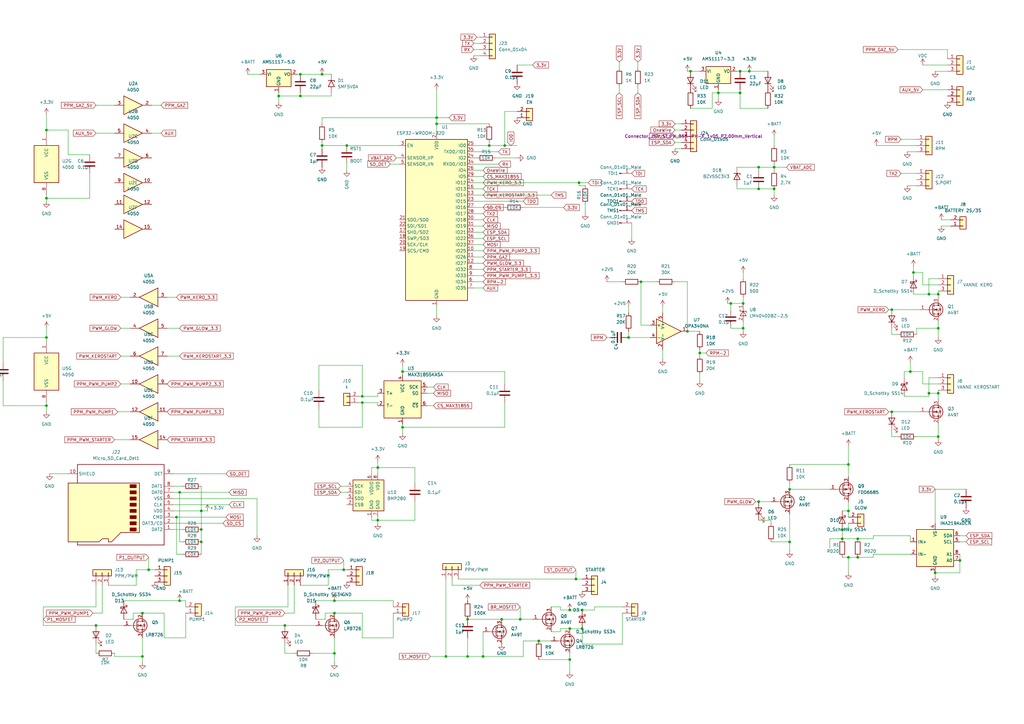
<source format=kicad_sch>
(kicad_sch (version 20230121) (generator eeschema)
  (paper "A3")
  (junction (at 205.74 254))
  (junction (at 351.79 220.98))
  (junction (at 123.19 30.48))
  (junction (at 58.42 251.46))
  (junction (at 294.64 38.1))
  (junction (at 383.54 234.95))
  (junction (at 154.94 213.36))
  (junction (at 365.76 168.91))
  (junction (at 114.3 39.37))
  (junction (at 137.16 246.38))
  (junction (at 323.85 200.66))
  (junction (at 283.21 29.21))
  (junction (at 238.76 257.81))
  (junction (at 281.94 135.89))
  (junction (at 73.66 201.93))
  (junction (at 132.08 30.48))
  (junction (at 116.84 256.54))
  (junction (at 213.36 254))
  (junction (at 393.7 229.87))
  (junction (at 347.98 228.6))
  (junction (at 19.05 166.37))
  (junction (at 154.94 191.77))
  (junction (at 303.53 29.21))
  (junction (at 198.12 269.24))
  (junction (at 179.07 50.8))
  (junction (at 304.8 134.62))
  (junction (at 351.79 228.6))
  (junction (at 345.44 217.17))
  (junction (at 311.15 68.58))
  (junction (at 60.96 233.68))
  (junction (at 317.5 68.58))
  (junction (at 82.55 222.25))
  (junction (at 191.77 269.24))
  (junction (at 137.16 267.97))
  (junction (at 73.66 246.38))
  (junction (at 19.05 53.34))
  (junction (at 191.77 254))
  (junction (at 148.59 162.56))
  (junction (at 381 120.65))
  (junction (at 72.39 212.09))
  (junction (at 381 161.29))
  (junction (at 365.76 127))
  (junction (at 207.01 59.69))
  (junction (at 165.1 175.26))
  (junction (at 236.22 237.49))
  (junction (at 287.02 144.78))
  (junction (at 233.68 250.19))
  (junction (at 148.59 165.1))
  (junction (at 165.1 152.4))
  (junction (at 82.55 209.55))
  (junction (at 317.5 77.47))
  (junction (at 299.72 124.46))
  (junction (at 384.81 179.07))
  (junction (at 142.24 59.69))
  (junction (at 345.44 220.98))
  (junction (at 19.05 138.43))
  (junction (at 303.53 38.1))
  (junction (at 233.68 257.81))
  (junction (at 137.16 251.46))
  (junction (at 182.88 269.24))
  (junction (at 307.34 29.21))
  (junction (at 347.98 209.55))
  (junction (at 39.37 256.54))
  (junction (at 384.81 120.65))
  (junction (at 311.15 205.74))
  (junction (at 373.38 152.4))
  (junction (at 323.85 222.25))
  (junction (at 58.42 269.24))
  (junction (at 237.49 74.93))
  (junction (at 123.19 39.37))
  (junction (at 384.81 161.29))
  (junction (at 82.55 217.17))
  (junction (at 220.98 262.89))
  (junction (at 140.97 233.68))
  (junction (at 384.81 134.62))
  (junction (at 262.89 115.57))
  (junction (at 238.76 250.19))
  (junction (at 132.08 59.69))
  (junction (at 257.81 138.43))
  (junction (at 233.68 270.51))
  (junction (at 374.65 111.76))
  (junction (at 311.15 77.47))
  (junction (at 19.05 81.28))
  (junction (at 347.98 190.5))
  (junction (at 200.66 59.69))
  (junction (at 179.07 48.26))
  (junction (at 304.8 124.46))
  (wire (pts (xy 375.92 134.62) (xy 375.92 137.16)))
  (wire (pts (xy 133.35 251.46) (xy 137.16 251.46)))
  (wire (pts (xy 317.5 68.58) (xy 317.5 69.85)))
  (wire (pts (xy 388.62 20.32) (xy 388.62 24.13)))
  (wire (pts (xy 44.45 240.03) (xy 55.88 240.03)))
  (wire (pts (xy 148.59 162.56) (xy 154.94 162.56)))
  (wire (pts (xy 229.87 250.19) (xy 233.68 250.19)))
  (wire (pts (xy 281.94 115.57) (xy 281.94 135.89)))
  (wire (pts (xy 58.42 261.62) (xy 58.42 269.24)))
  (wire (pts (xy 283.21 44.45) (xy 292.1 44.45)))
  (wire (pts (xy 73.66 201.93) (xy 73.66 222.25)))
  (wire (pts (xy 46.99 180.34) (xy 53.34 180.34)))
  (wire (pts (xy 374.65 120.65) (xy 381 120.65)))
  (wire (pts (xy 347.98 205.74) (xy 347.98 209.55)))
  (wire (pts (xy 39.37 256.54) (xy 50.8 256.54)))
  (wire (pts (xy 154.94 162.56) (xy 154.94 161.29)))
  (wire (pts (xy 187.96 237.49) (xy 236.22 237.49)))
  (wire (pts (xy 67.31 251.46) (xy 67.31 261.62)))
  (wire (pts (xy 238.76 264.16) (xy 238.76 257.81)))
  (wire (pts (xy 378.46 157.48) (xy 378.46 152.4)))
  (wire (pts (xy 238.76 264.16) (xy 255.27 264.16)))
  (wire (pts (xy 194.31 87.63) (xy 198.12 87.63)))
  (wire (pts (xy 194.31 20.32) (xy 196.85 20.32)))
  (wire (pts (xy 19.05 166.37) (xy 19.05 168.91)))
  (wire (pts (xy 243.84 250.19) (xy 243.84 248.92)))
  (wire (pts (xy 182.88 269.24) (xy 191.77 269.24)))
  (wire (pts (xy 60.96 233.68) (xy 63.5 233.68)))
  (wire (pts (xy 147.32 165.1) (xy 148.59 165.1)))
  (wire (pts (xy 365.76 134.62) (xy 365.76 137.16)))
  (wire (pts (xy 114.3 39.37) (xy 123.19 39.37)))
  (wire (pts (xy 378.46 111.76) (xy 374.65 111.76)))
  (wire (pts (xy 194.31 17.78) (xy 196.85 17.78)))
  (wire (pts (xy 304.8 135.89) (xy 304.8 134.62)))
  (wire (pts (xy 118.11 248.92) (xy 96.52 248.92)))
  (wire (pts (xy 74.93 217.17) (xy 71.12 217.17)))
  (wire (pts (xy 303.53 38.1) (xy 303.53 44.45)))
  (wire (pts (xy 372.11 76.2) (xy 375.92 76.2)))
  (wire (pts (xy 165.1 173.99) (xy 165.1 175.26)))
  (wire (pts (xy 358.14 228.6) (xy 351.79 228.6)))
  (wire (pts (xy 194.31 62.23) (xy 204.47 62.23)))
  (wire (pts (xy 58.42 269.24) (xy 58.42 271.78)))
  (wire (pts (xy 72.39 227.33) (xy 72.39 212.09)))
  (wire (pts (xy 19.05 81.28) (xy 19.05 82.55)))
  (wire (pts (xy 299.72 124.46) (xy 304.8 124.46)))
  (wire (pts (xy 248.92 138.43) (xy 250.19 138.43)))
  (wire (pts (xy 358.14 219.71) (xy 358.14 220.98)))
  (wire (pts (xy 154.94 213.36) (xy 154.94 214.63)))
  (wire (pts (xy 281.94 135.89) (xy 287.02 135.89)))
  (wire (pts (xy 384.81 132.08) (xy 384.81 134.62)))
  (wire (pts (xy 393.7 227.33) (xy 393.7 229.87)))
  (wire (pts (xy 165.1 175.26) (xy 207.01 175.26)))
  (wire (pts (xy 323.85 210.82) (xy 323.85 222.25)))
  (wire (pts (xy 132.08 59.69) (xy 142.24 59.69)))
  (wire (pts (xy 302.26 29.21) (xy 303.53 29.21)))
  (wire (pts (xy 302.26 77.47) (xy 311.15 77.47)))
  (wire (pts (xy 378.46 36.83) (xy 388.62 36.83)))
  (wire (pts (xy 359.41 59.69) (xy 375.92 59.69)))
  (wire (pts (xy 198.12 113.03) (xy 194.31 113.03)))
  (wire (pts (xy 303.53 29.21) (xy 307.34 29.21)))
  (wire (pts (xy 19.05 53.34) (xy 27.94 53.34)))
  (wire (pts (xy 1.27 148.59) (xy 1.27 138.43)))
  (wire (pts (xy 384.81 173.99) (xy 384.81 179.07)))
  (wire (pts (xy 19.05 165.1) (xy 19.05 166.37)))
  (wire (pts (xy 50.8 246.38) (xy 73.66 246.38)))
  (wire (pts (xy 198.12 118.11) (xy 194.31 118.11)))
  (wire (pts (xy 207.01 152.4) (xy 207.01 157.48)))
  (wire (pts (xy 46.99 267.97) (xy 46.99 269.24)))
  (wire (pts (xy 198.12 100.33) (xy 194.31 100.33)))
  (wire (pts (xy 292.1 44.45) (xy 292.1 38.1)))
  (wire (pts (xy 71.12 209.55) (xy 82.55 209.55)))
  (wire (pts (xy 148.59 149.86) (xy 130.81 149.86)))
  (wire (pts (xy 238.76 250.19) (xy 243.84 250.19)))
  (wire (pts (xy 384.81 114.3) (xy 381 114.3)))
  (wire (pts (xy 154.94 191.77) (xy 154.94 194.31)))
  (wire (pts (xy 276.86 60.96) (xy 279.4 60.96)))
  (wire (pts (xy 254 38.1) (xy 254 35.56)))
  (wire (pts (xy 276.86 50.8) (xy 279.4 50.8)))
  (wire (pts (xy 198.12 95.25) (xy 194.31 95.25)))
  (wire (pts (xy 194.31 80.01) (xy 226.06 80.01)))
  (wire (pts (xy 49.53 157.48) (xy 53.34 157.48)))
  (wire (pts (xy 214.63 269.24) (xy 214.63 262.89)))
  (wire (pts (xy 237.49 76.2) (xy 237.49 74.93)))
  (wire (pts (xy 257.81 135.89) (xy 257.81 138.43)))
  (wire (pts (xy 198.12 105.41) (xy 194.31 105.41)))
  (wire (pts (xy 39.37 43.18) (xy 46.99 43.18)))
  (wire (pts (xy 123.19 30.48) (xy 132.08 30.48)))
  (wire (pts (xy 152.4 191.77) (xy 154.94 191.77)))
  (wire (pts (xy 68.58 121.92) (xy 72.39 121.92)))
  (wire (pts (xy 93.98 201.93) (xy 73.66 201.93)))
  (wire (pts (xy 226.06 259.08) (xy 229.87 259.08)))
  (wire (pts (xy 311.15 77.47) (xy 317.5 77.47)))
  (wire (pts (xy 73.66 201.93) (xy 71.12 201.93)))
  (wire (pts (xy 36.83 81.28) (xy 19.05 81.28)))
  (wire (pts (xy 240.03 76.2) (xy 237.49 76.2)))
  (wire (pts (xy 194.31 22.86) (xy 196.85 22.86)))
  (wire (pts (xy 384.81 116.84) (xy 378.46 116.84)))
  (wire (pts (xy 38.1 251.46) (xy 41.91 251.46)))
  (wire (pts (xy 220.98 270.51) (xy 233.68 270.51)))
  (wire (pts (xy 67.31 261.62) (xy 76.2 261.62)))
  (wire (pts (xy 165.1 152.4) (xy 207.01 152.4)))
  (wire (pts (xy 323.85 190.5) (xy 347.98 190.5)))
  (wire (pts (xy 345.44 209.55) (xy 347.98 209.55)))
  (wire (pts (xy 54.61 254) (xy 54.61 251.46)))
  (wire (pts (xy 340.36 220.98) (xy 345.44 220.98)))
  (wire (pts (xy 304.8 111.76) (xy 304.8 114.3)))
  (wire (pts (xy 276.86 115.57) (xy 281.94 115.57)))
  (wire (pts (xy 198.12 269.24) (xy 214.63 269.24)))
  (wire (pts (xy 1.27 166.37) (xy 19.05 166.37)))
  (wire (pts (xy 345.44 217.17) (xy 347.98 217.17)))
  (wire (pts (xy 207.01 165.1) (xy 207.01 175.26)))
  (wire (pts (xy 347.98 228.6) (xy 347.98 234.95)))
  (wire (pts (xy 185.42 240.03) (xy 185.42 237.49)))
  (wire (pts (xy 198.12 72.39) (xy 194.31 72.39)))
  (wire (pts (xy 220.98 262.89) (xy 214.63 262.89)))
  (wire (pts (xy 49.53 146.05) (xy 53.34 146.05)))
  (wire (pts (xy 137.16 267.97) (xy 137.16 271.78)))
  (wire (pts (xy 373.38 219.71) (xy 373.38 222.25)))
  (wire (pts (xy 200.66 59.69) (xy 207.01 59.69)))
  (wire (pts (xy 62.23 43.18) (xy 66.04 43.18)))
  (wire (pts (xy 303.53 44.45) (xy 314.96 44.45)))
  (wire (pts (xy 175.26 161.29) (xy 177.8 161.29)))
  (wire (pts (xy 299.72 124.46) (xy 299.72 127)))
  (wire (pts (xy 165.1 175.26) (xy 165.1 177.8)))
  (wire (pts (xy 372.11 62.23) (xy 375.92 62.23)))
  (wire (pts (xy 135.89 38.1) (xy 135.89 39.37)))
  (wire (pts (xy 381 162.56) (xy 381 161.29)))
  (wire (pts (xy 226.06 262.89) (xy 220.98 262.89)))
  (wire (pts (xy 132.08 59.69) (xy 132.08 58.42)))
  (wire (pts (xy 154.94 191.77) (xy 170.18 191.77)))
  (wire (pts (xy 19.05 53.34) (xy 19.05 54.61)))
  (wire (pts (xy 311.15 68.58) (xy 311.15 69.85)))
  (wire (pts (xy 137.16 251.46) (xy 148.59 251.46)))
  (wire (pts (xy 179.07 48.26) (xy 184.15 48.26)))
  (wire (pts (xy 317.5 67.31) (xy 317.5 68.58)))
  (wire (pts (xy 370.84 162.56) (xy 381 162.56)))
  (wire (pts (xy 294.64 38.1) (xy 303.53 38.1)))
  (wire (pts (xy 213.36 248.92) (xy 213.36 254)))
  (wire (pts (xy 323.85 226.06) (xy 323.85 222.25)))
  (wire (pts (xy 179.07 50.8) (xy 200.66 50.8)))
  (wire (pts (xy 374.65 109.22) (xy 374.65 111.76)))
  (wire (pts (xy 241.3 74.93) (xy 237.49 74.93)))
  (wire (pts (xy 82.55 199.39) (xy 82.55 209.55)))
  (wire (pts (xy 39.37 264.16) (xy 39.37 267.97)))
  (wire (pts (xy 262.89 115.57) (xy 269.24 115.57)))
  (wire (pts (xy 358.14 227.33) (xy 373.38 227.33)))
  (wire (pts (xy 194.31 77.47) (xy 198.12 77.47)))
  (wire (pts (xy 243.84 248.92) (xy 255.27 248.92)))
  (wire (pts (xy 287.02 144.78) (xy 287.02 146.05)))
  (wire (pts (xy 194.31 82.55) (xy 214.63 82.55)))
  (wire (pts (xy 123.19 38.1) (xy 123.19 39.37)))
  (wire (pts (xy 233.68 257.81) (xy 238.76 257.81)))
  (wire (pts (xy 386.08 90.17) (xy 389.89 90.17)))
  (wire (pts (xy 317.5 55.88) (xy 317.5 59.69)))
  (wire (pts (xy 179.07 50.8) (xy 179.07 54.61)))
  (wire (pts (xy 118.11 240.03) (xy 118.11 248.92)))
  (wire (pts (xy 137.16 246.38) (xy 161.29 246.38)))
  (wire (pts (xy 236.22 237.49) (xy 238.76 237.49)))
  (wire (pts (xy 381 161.29) (xy 384.81 161.29)))
  (wire (pts (xy 170.18 198.12) (xy 170.18 191.77)))
  (wire (pts (xy 347.98 182.88) (xy 347.98 190.5)))
  (wire (pts (xy 148.59 251.46) (xy 148.59 261.62)))
  (wire (pts (xy 120.65 267.97) (xy 116.84 267.97)))
  (wire (pts (xy 19.05 138.43) (xy 19.05 139.7)))
  (wire (pts (xy 198.12 90.17) (xy 194.31 90.17)))
  (wire (pts (xy 17.78 248.92) (xy 17.78 256.54)))
  (wire (pts (xy 393.7 219.71) (xy 396.24 219.71)))
  (wire (pts (xy 19.05 134.62) (xy 19.05 138.43)))
  (wire (pts (xy 132.08 30.48) (xy 135.89 30.48)))
  (wire (pts (xy 384.81 157.48) (xy 378.46 157.48)))
  (wire (pts (xy 132.08 60.96) (xy 132.08 59.69)))
  (wire (pts (xy 129.54 254) (xy 133.35 254)))
  (wire (pts (xy 162.56 64.77) (xy 163.83 64.77)))
  (wire (pts (xy 82.55 217.17) (xy 82.55 209.55)))
  (wire (pts (xy 1.27 138.43) (xy 19.05 138.43)))
  (wire (pts (xy 347.98 209.55) (xy 347.98 212.09)))
  (wire (pts (xy 369.57 71.12) (xy 375.92 71.12)))
  (wire (pts (xy 41.91 240.03) (xy 41.91 251.46)))
  (wire (pts (xy 229.87 259.08) (xy 229.87 257.81)))
  (wire (pts (xy 48.26 168.91) (xy 53.34 168.91)))
  (wire (pts (xy 276.86 55.88) (xy 279.4 55.88)))
  (wire (pts (xy 194.31 74.93) (xy 237.49 74.93)))
  (wire (pts (xy 248.92 115.57) (xy 255.27 115.57)))
  (wire (pts (xy 213.36 254) (xy 218.44 254)))
  (wire (pts (xy 375.92 134.62) (xy 384.81 134.62)))
  (wire (pts (xy 276.86 58.42) (xy 279.4 58.42)))
  (wire (pts (xy 195.58 64.77) (xy 194.31 64.77)))
  (wire (pts (xy 316.23 214.63) (xy 316.23 213.36)))
  (wire (pts (xy 374.65 111.76) (xy 374.65 113.03)))
  (wire (pts (xy 257.81 138.43) (xy 266.7 138.43)))
  (wire (pts (xy 287.02 143.51) (xy 287.02 144.78)))
  (wire (pts (xy 19.05 80.01) (xy 19.05 81.28)))
  (wire (pts (xy 304.8 121.92) (xy 304.8 124.46)))
  (wire (pts (xy 27.94 53.34) (xy 27.94 63.5)))
  (wire (pts (xy 133.35 254) (xy 133.35 251.46)))
  (wire (pts (xy 198.12 69.85) (xy 194.31 69.85)))
  (wire (pts (xy 179.07 48.26) (xy 179.07 50.8)))
  (wire (pts (xy 212.09 26.67) (xy 218.44 26.67)))
  (wire (pts (xy 68.58 134.62) (xy 73.66 134.62)))
  (wire (pts (xy 46.99 269.24) (xy 58.42 269.24)))
  (wire (pts (xy 229.87 257.81) (xy 233.68 257.81)))
  (wire (pts (xy 198.12 97.79) (xy 194.31 97.79)))
  (wire (pts (xy 72.39 212.09) (xy 71.12 212.09)))
  (wire (pts (xy 233.68 267.97) (xy 233.68 270.51)))
  (wire (pts (xy 154.94 165.1) (xy 154.94 166.37)))
  (wire (pts (xy 139.7 199.39) (xy 142.24 199.39)))
  (wire (pts (xy 194.31 92.71) (xy 198.12 92.71)))
  (wire (pts (xy 27.94 63.5) (xy 36.83 63.5)))
  (wire (pts (xy 130.81 175.26) (xy 148.59 175.26)))
  (wire (pts (xy 120.65 240.03) (xy 120.65 251.46)))
  (wire (pts (xy 73.66 246.38) (xy 76.2 246.38)))
  (wire (pts (xy 240.03 83.82) (xy 240.03 87.63)))
  (wire (pts (xy 283.21 29.21) (xy 287.02 29.21)))
  (wire (pts (xy 266.7 133.35) (xy 262.89 133.35)))
  (wire (pts (xy 317.5 77.47) (xy 317.5 80.01)))
  (wire (pts (xy 142.24 59.69) (xy 163.83 59.69)))
  (wire (pts (xy 384.81 160.02) (xy 384.81 161.29)))
  (wire (pts (xy 68.58 146.05) (xy 73.66 146.05)))
  (wire (pts (xy 383.54 234.95) (xy 393.7 234.95)))
  (wire (pts (xy 259.08 91.44) (xy 259.08 97.79)))
  (wire (pts (xy 358.14 227.33) (xy 358.14 228.6)))
  (wire (pts (xy 317.5 68.58) (xy 322.58 68.58)))
  (wire (pts (xy 287.02 156.21) (xy 287.02 153.67)))
  (wire (pts (xy 76.2 251.46) (xy 76.2 261.62)))
  (wire (pts (xy 140.97 233.68) (xy 142.24 233.68)))
  (wire (pts (xy 123.19 39.37) (xy 135.89 39.37)))
  (wire (pts (xy 101.6 30.48) (xy 106.68 30.48)))
  (wire (pts (xy 148.59 162.56) (xy 148.59 149.86)))
  (wire (pts (xy 378.46 26.67) (xy 388.62 26.67)))
  (wire (pts (xy 317.5 68.58) (xy 311.15 68.58)))
  (wire (pts (xy 134.62 240.03) (xy 134.62 233.68)))
  (wire (pts (xy 281.94 29.21) (xy 283.21 29.21)))
  (wire (pts (xy 292.1 38.1) (xy 294.64 38.1)))
  (wire (pts (xy 182.88 237.49) (xy 182.88 269.24)))
  (wire (pts (xy 1.27 156.21) (xy 1.27 166.37)))
  (wire (pts (xy 345.44 217.17) (xy 345.44 220.98)))
  (wire (pts (xy 165.1 152.4) (xy 165.1 153.67)))
  (wire (pts (xy 231.14 85.09) (xy 214.63 85.09)))
  (wire (pts (xy 60.96 228.6) (xy 60.96 233.68)))
  (wire (pts (xy 347.98 190.5) (xy 347.98 195.58)))
  (wire (pts (xy 58.42 251.46) (xy 67.31 251.46)))
  (wire (pts (xy 55.88 233.68) (xy 60.96 233.68)))
  (wire (pts (xy 191.77 261.62) (xy 191.77 269.24)))
  (wire (pts (xy 381 154.94) (xy 381 161.29)))
  (wire (pts (xy 49.53 121.92) (xy 53.34 121.92)))
  (wire (pts (xy 378.46 116.84) (xy 378.46 111.76)))
  (wire (pts (xy 384.81 180.34) (xy 384.81 179.07)))
  (wire (pts (xy 154.94 189.23) (xy 154.94 191.77)))
  (wire (pts (xy 384.81 161.29) (xy 384.81 163.83)))
  (wire (pts (xy 148.59 261.62) (xy 161.29 261.62)))
  (wire (pts (xy 373.38 148.59) (xy 373.38 152.4)))
  (wire (pts (xy 302.26 77.47) (xy 302.26 76.2)))
  (wire (pts (xy 351.79 220.98) (xy 358.14 220.98)))
  (wire (pts (xy 91.44 214.63) (xy 71.12 214.63)))
  (wire (pts (xy 114.3 39.37) (xy 114.3 41.91)))
  (wire (pts (xy 323.85 198.12) (xy 323.85 200.66)))
  (wire (pts (xy 207.01 59.69) (xy 212.09 59.69)))
  (wire (pts (xy 365.76 168.91) (xy 377.19 168.91)))
  (wire (pts (xy 92.71 194.31) (xy 71.12 194.31)))
  (wire (pts (xy 364.49 127) (xy 365.76 127)))
  (wire (pts (xy 383.54 200.66) (xy 383.54 214.63)))
  (wire (pts (xy 132.08 48.26) (xy 132.08 50.8)))
  (wire (pts (xy 130.81 149.86) (xy 130.81 160.02)))
  (wire (pts (xy 229.87 248.92) (xy 229.87 250.19)))
  (wire (pts (xy 368.3 179.07) (xy 365.76 179.07)))
  (wire (pts (xy 294.64 36.83) (xy 294.64 38.1)))
  (wire (pts (xy 298.45 124.46) (xy 299.72 124.46)))
  (wire (pts (xy 116.84 264.16) (xy 116.84 267.97)))
  (wire (pts (xy 82.55 217.17) (xy 82.55 222.25)))
  (wire (pts (xy 347.98 228.6) (xy 351.79 228.6)))
  (wire (pts (xy 179.07 129.54) (xy 179.07 125.73)))
  (wire (pts (xy 311.15 205.74) (xy 316.23 205.74)))
  (wire (pts (xy 165.1 149.86) (xy 165.1 152.4)))
  (wire (pts (xy 154.94 213.36) (xy 170.18 213.36)))
  (wire (pts (xy 384.81 119.38) (xy 384.81 120.65)))
  (wire (pts (xy 381 120.65) (xy 384.81 120.65)))
  (wire (pts (xy 161.29 246.38) (xy 161.29 248.92)))
  (wire (pts (xy 74.93 222.25) (xy 73.66 222.25)))
  (wire (pts (xy 198.12 115.57) (xy 194.31 115.57)))
  (wire (pts (xy 212.09 64.77) (xy 203.2 64.77)))
  (wire (pts (xy 114.3 38.1) (xy 114.3 39.37)))
  (wire (pts (xy 49.53 134.62) (xy 53.34 134.62)))
  (wire (pts (xy 205.74 254) (xy 213.36 254)))
  (wire (pts (xy 116.84 251.46) (xy 120.65 251.46)))
  (wire (pts (xy 261.62 38.1) (xy 261.62 35.56)))
  (wire (pts (xy 152.4 212.09) (xy 152.4 213.36)))
  (wire (pts (xy 152.4 194.31) (xy 152.4 191.77)))
  (wire (pts (xy 347.98 214.63) (xy 347.98 217.17)))
  (wire (pts (xy 105.41 204.47) (xy 71.12 204.47)))
  (wire (pts (xy 294.64 38.1) (xy 294.64 40.64)))
  (wire (pts (xy 175.26 166.37) (xy 177.8 166.37)))
  (wire (pts (xy 129.54 246.38) (xy 137.16 246.38)))
  (wire (pts (xy 160.02 67.31) (xy 163.83 67.31)))
  (wire (pts (xy 233.68 270.51) (xy 233.68 275.59)))
  (wire (pts (xy 198.12 107.95) (xy 194.31 107.95)))
  (wire (pts (xy 369.57 57.15) (xy 375.92 57.15)))
  (wire (pts (xy 384.81 134.62) (xy 384.81 138.43)))
  (wire (pts (xy 365.76 127) (xy 377.19 127)))
  (wire (pts (xy 134.62 233.68) (xy 140.97 233.68)))
  (wire (pts (xy 383.54 29.21) (xy 388.62 29.21)))
  (wire (pts (xy 62.23 54.61) (xy 66.04 54.61)))
  (wire (pts (xy 179.07 48.26) (xy 132.08 48.26)))
  (wire (pts (xy 76.2 248.92) (xy 76.2 246.38)))
  (wire (pts (xy 257.81 128.27) (xy 257.81 125.73)))
  (wire (pts (xy 381 114.3) (xy 381 120.65)))
  (wire (pts (xy 311.15 213.36) (xy 316.23 213.36)))
  (wire (pts (xy 236.22 233.68) (xy 236.22 237.49)))
  (wire (pts (xy 287.02 144.78) (xy 289.56 144.78)))
  (wire (pts (xy 93.98 207.01) (xy 71.12 207.01)))
  (wire (pts (xy 358.14 219.71) (xy 373.38 219.71)))
  (wire (pts (xy 121.92 30.48) (xy 123.19 30.48)))
  (wire (pts (xy 393.7 229.87) (xy 393.7 234.95)))
  (wire (pts (xy 194.31 59.69) (xy 200.66 59.69)))
  (wire (pts (xy 123.19 240.03) (xy 134.62 240.03)))
  (wire (pts (xy 50.8 254) (xy 54.61 254)))
  (wire (pts (xy 378.46 152.4) (xy 373.38 152.4)))
  (wire (pts (xy 96.52 248.92) (xy 96.52 256.54)))
  (wire (pts (xy 82.55 209.55) (xy 85.09 209.55)))
  (wire (pts (xy 130.81 175.26) (xy 130.81 167.64)))
  (wire (pts (xy 368.3 137.16) (xy 365.76 137.16)))
  (wire (pts (xy 194.31 85.09) (xy 207.01 85.09)))
  (wire (pts (xy 200.66 58.42) (xy 200.66 59.69)))
  (wire (pts (xy 345.44 228.6) (xy 347.98 228.6)))
  (wire (pts (xy 393.7 222.25) (xy 396.24 222.25)))
  (wire (pts (xy 142.24 69.85) (xy 142.24 67.31)))
  (wire (pts (xy 105.41 219.71) (xy 105.41 204.47)))
  (wire (pts (xy 345.44 220.98) (xy 351.79 220.98)))
  (wire (pts (xy 383.54 236.22) (xy 383.54 234.95)))
  (wire (pts (xy 175.26 158.75) (xy 177.8 158.75)))
  (wire (pts (xy 384.81 120.65) (xy 384.81 121.92)))
  (wire (pts (xy 303.53 36.83) (xy 303.53 38.1)))
  (wire (pts (xy 152.4 213.36) (xy 154.94 213.36)))
  (wire (pts (xy 271.78 125.73) (xy 271.78 128.27)))
  (wire (pts (xy 54.61 251.46) (xy 58.42 251.46)))
  (wire (pts (xy 39.37 54.61) (xy 46.99 54.61)))
  (wire (pts (xy 39.37 248.92) (xy 17.78 248.92)))
  (wire (pts (xy 276.86 53.34) (xy 279.4 53.34)))
  (wire (pts (xy 170.18 205.74) (xy 170.18 213.36)))
  (wire (pts (xy 17.78 256.54) (xy 39.37 256.54)))
  (wire (pts (xy 140.97 229.87) (xy 140.97 233.68)))
  (wire (pts (xy 194.31 67.31) (xy 204.47 67.31)))
  (wire (pts (xy 368.3 20.32) (xy 388.62 20.32)))
  (wire (pts (xy 55.88 240.03) (xy 55.88 233.68)))
  (wire (pts (xy 176.53 269.24) (xy 182.88 269.24)))
  (wire (pts (xy 364.49 168.91) (xy 365.76 168.91)))
  (wire (pts (xy 36.83 71.12) (xy 36.83 81.28)))
  (wire (pts (xy 370.84 152.4) (xy 370.84 154.94)))
  (wire (pts (xy 92.71 212.09) (xy 72.39 212.09)))
  (wire (pts (xy 198.12 102.87) (xy 194.31 102.87)))
  (wire (pts (xy 255.27 251.46) (xy 255.27 264.16)))
  (wire (pts (xy 386.08 92.71) (xy 389.89 92.71)))
  (wire (pts (xy 340.36 224.79) (xy 340.36 220.98)))
  (wire (pts (xy 254 25.4) (xy 254 27.94)))
  (wire (pts (xy 384.81 154.94) (xy 381 154.94)))
  (wire (pts (xy 261.62 25.4) (xy 261.62 27.94)))
  (wire (pts (xy 307.34 29.21) (xy 314.96 29.21)))
  (wire (pts (xy 262.89 133.35) (xy 262.89 115.57)))
  (wire (pts (xy 116.84 256.54) (xy 129.54 256.54)))
  (wire (pts (xy 82.55 222.25) (xy 82.55 227.33)))
  (wire (pts (xy 19.05 46.99) (xy 19.05 53.34)))
  (wire (pts (xy 299.72 134.62) (xy 304.8 134.62)))
  (wire (pts (xy 96.52 256.54) (xy 116.84 256.54)))
  (wire (pts (xy 195.58 15.24) (xy 196.85 15.24)))
  (wire (pts (xy 365.76 176.53) (xy 365.76 179.07)))
  (wire (pts (xy 179.07 36.83) (xy 179.07 48.26)))
  (wire (pts (xy 226.06 248.92) (xy 229.87 248.92)))
  (wire (pts (xy 185.42 240.03) (xy 196.85 240.03)))
  (wire (pts (xy 370.84 152.4) (xy 373.38 152.4)))
  (wire (pts (xy 271.78 147.32) (xy 271.78 143.51)))
  (wire (pts (xy 148.59 175.26) (xy 148.59 165.1)))
  (wire (pts (xy 74.93 227.33) (xy 72.39 227.33)))
  (wire (pts (xy 383.54 200.66) (xy 396.24 200.66)))
  (wire (pts (xy 198.12 110.49) (xy 194.31 110.49)))
  (wire (pts (xy 191.77 254) (xy 205.74 254)))
  (wire (pts (xy 207.01 45.72) (xy 207.01 59.69)))
  (wire (pts (xy 74.93 199.39) (xy 71.12 199.39)))
  (wire (pts (xy 20.32 194.31) (xy 27.94 194.31)))
  (wire (pts (xy 39.37 240.03) (xy 39.37 248.92)))
  (wire (pts (xy 316.23 222.25) (xy 323.85 222.25)))
  (wire (pts (xy 309.88 205.74) (xy 311.15 205.74)))
  (wire (pts (xy 304.8 134.62) (xy 304.8 132.08)))
  (wire (pts (xy 375.92 179.07) (xy 384.81 179.07)))
  (wire (pts (xy 139.7 201.93) (xy 142.24 201.93)))
  (wire (pts (xy 147.32 162.56) (xy 148.59 162.56)))
  (wire (pts (xy 148.59 165.1) (xy 154.94 165.1)))
  (wire (pts (xy 191.77 269.24) (xy 198.12 269.24)))
  (wire (pts (xy 137.16 261.62) (xy 137.16 267.97)))
  (wire (pts (xy 323.85 200.66) (xy 340.36 200.66)))
  (wire (pts (xy 154.94 212.09) (xy 154.94 213.36)))
  (wire (pts (xy 198.12 259.08) (xy 198.12 269.24)))
  (wire (pts (xy 128.27 267.97) (xy 137.16 267.97)))
  (wire (pts (xy 238.76 250.19) (xy 233.68 250.19)))
  (wire (pts (xy 161.29 251.46) (xy 161.29 261.62)))
  (wire (pts (xy 302.26 68.58) (xy 311.15 68.58)))
  (wire (pts (xy 207.01 45.72) (xy 212.09 45.72)))
  (global_label "ESP_SCL" (shape input) (at 238.76 -55.88 180) (property "Intersheetrefs" "${INTERSHEET_REFS}" (effects hide)))
  (global_label "ESP_SDA" (shape input) (at 261.62 38.1 270) (property "Intersheetrefs" "${INTERSHEET_REFS}" (effects hide)))
  (global_label "PWM_GLOW_3.3" (shape input) (at 73.66 134.62 0) (property "Intersheetrefs" "${INTERSHEET_REFS}" (effects hide)))
  (global_label "CS_MAX31855" (shape input) (at 198.12 72.39 0) (property "Intersheetrefs" "${INTERSHEET_REFS}" (effects hide)))
  (global_label "CS_MAX31855" (shape input) (at 177.8 166.37 0) (property "Intersheetrefs" "${INTERSHEET_REFS}" (effects hide)))
  (global_label "PPM_PWM_PUMP1_3.3" (shape input) (at 68.58 168.91 0) (property "Intersheetrefs" "${INTERSHEET_REFS}" (effects hide)))
  (global_label "TX" (shape input) (at 238.76 -48.26 180) (property "Intersheetrefs" "${INTERSHEET_REFS}" (effects hide)))
  (global_label "3.3V" (shape input) (at 238.76 -36.83 180) (property "Intersheetrefs" "${INTERSHEET_REFS}" (effects hide)))
  (global_label "PPM_PWM_PUMP2_3.3" (shape input) (at 198.12 102.87 0) (property "Intersheetrefs" "${INTERSHEET_REFS}" (effects hide)))
  (global_label "3.3V" (shape input) (at 238.76 -58.42 180) (property "Intersheetrefs" "${INTERSHEET_REFS}" (effects hide)))
  (global_label "ESP_SDA" (shape input) (at 396.24 219.71 0) (property "Intersheetrefs" "${INTERSHEET_REFS}" (effects hide)))
  (global_label "SD_CS" (shape input) (at 91.44 214.63 0) (property "Intersheetrefs" "${INTERSHEET_REFS}" (effects hide)))
  (global_label "3.3V" (shape input) (at 218.44 26.67 0) (property "Intersheetrefs" "${INTERSHEET_REFS}" (effects hide)))
  (global_label "TDO" (shape input) (at 259.08 82.55 0) (property "Intersheetrefs" "${INTERSHEET_REFS}" (effects hide)))
  (global_label "ESP_SDA" (shape input) (at 238.76 -53.34 180) (property "Intersheetrefs" "${INTERSHEET_REFS}" (effects hide)))
  (global_label "3.3V" (shape input) (at 261.62 25.4 90) (property "Intersheetrefs" "${INTERSHEET_REFS}" (effects hide)))
  (global_label "TDI" (shape input) (at 259.08 71.12 0) (property "Intersheetrefs" "${INTERSHEET_REFS}" (effects hide)))
  (global_label "MISO" (shape input) (at 177.8 161.29 0) (property "Intersheetrefs" "${INTERSHEET_REFS}" (effects hide)))
  (global_label "PPM_GAZ" (shape input) (at 198.12 105.41 0) (property "Intersheetrefs" "${INTERSHEET_REFS}" (effects hide)))
  (global_label "VBAT_ADC" (shape input) (at 162.56 64.77 180) (property "Intersheetrefs" "${INTERSHEET_REFS}" (effects hide)))
  (global_label "3.3V" (shape input) (at 254 25.4 90) (property "Intersheetrefs" "${INTERSHEET_REFS}" (effects hide)))
  (global_label "3.3V" (shape input) (at 184.15 48.26 0) (property "Intersheetrefs" "${INTERSHEET_REFS}" (effects hide)))
  (global_label "PWM_GLOW_3.3" (shape input) (at 198.12 107.95 0) (property "Intersheetrefs" "${INTERSHEET_REFS}" (effects hide)))
  (global_label "RPM-2" (shape input) (at 289.56 144.78 0) (property "Intersheetrefs" "${INTERSHEET_REFS}" (effects hide)))
  (global_label "3.3V" (shape input) (at 195.58 15.24 180) (property "Intersheetrefs" "${INTERSHEET_REFS}" (effects hide)))
  (global_label "MISO" (shape input) (at 93.98 201.93 0) (property "Intersheetrefs" "${INTERSHEET_REFS}" (effects hide)))
  (global_label "PWM_KEROSTART_3.3" (shape input) (at 73.66 146.05 0) (property "Intersheetrefs" "${INTERSHEET_REFS}" (effects hide)))
  (global_label "IO0" (shape input) (at 209.55 59.69 90) (property "Intersheetrefs" "${INTERSHEET_REFS}" (effects hide)))
  (global_label "RPM-2" (shape input) (at 198.12 115.57 0) (property "Intersheetrefs" "${INTERSHEET_REFS}" (effects hide)))
  (global_label "ST_OUTPUT" (shape input) (at 236.22 233.68 180) (property "Intersheetrefs" "${INTERSHEET_REFS}" (effects hide)))
  (global_label "SD_CS" (shape input) (at 198.12 85.09 0) (property "Intersheetrefs" "${INTERSHEET_REFS}" (effects hide)))
  (global_label "ESP_SDA" (shape input) (at 276.86 58.42 180) (property "Intersheetrefs" "${INTERSHEET_REFS}" (effects hide)))
  (global_label "PPM_PWM_PUMP2" (shape input) (at 49.53 157.48 180) (property "Intersheetrefs" "${INTERSHEET_REFS}" (effects hide)))
  (global_label "BR_MOSFET" (shape input) (at 213.36 248.92 180) (property "Intersheetrefs" "${INTERSHEET_REFS}" (effects hide)))
  (global_label "OneWire" (shape input) (at 276.86 53.34 180) (property "Intersheetrefs" "${INTERSHEET_REFS}" (effects hide)))
  (global_label "RX" (shape input) (at 238.76 -50.8 180) (property "Intersheetrefs" "${INTERSHEET_REFS}" (effects hide)))
  (global_label "SD_DET" (shape input) (at 92.71 194.31 0) (property "Intersheetrefs" "${INTERSHEET_REFS}" (effects hide)))
  (global_label "TCK" (shape input) (at 198.12 77.47 0) (property "Intersheetrefs" "${INTERSHEET_REFS}" (effects hide)))
  (global_label "PPM_PWM_PUMP2_3.3" (shape input) (at 68.58 157.48 0) (property "Intersheetrefs" "${INTERSHEET_REFS}" (effects hide)))
  (global_label "AUX_5V" (shape input) (at 39.37 54.61 180) (property "Intersheetrefs" "${INTERSHEET_REFS}" (effects hide)))
  (global_label "TX2" (shape input) (at 198.12 87.63 0) (property "Intersheetrefs" "${INTERSHEET_REFS}" (effects hide)))
  (global_label "RX" (shape input) (at 194.31 20.32 180) (property "Intersheetrefs" "${INTERSHEET_REFS}" (effects hide)))
  (global_label "PWM_KEROSTART_3.3" (shape input) (at 198.12 80.01 0) (property "Intersheetrefs" "${INTERSHEET_REFS}" (effects hide)))
  (global_label "MISO" (shape input) (at 198.12 92.71 0) (property "Intersheetrefs" "${INTERSHEET_REFS}" (effects hide)))
  (global_label "ESP_SCL" (shape input) (at 198.12 97.79 0) (property "Intersheetrefs" "${INTERSHEET_REFS}" (effects hide)))
  (global_label "PPM_GAZ_5V" (shape input) (at 368.3 20.32 180) (property "Intersheetrefs" "${INTERSHEET_REFS}" (effects hide)))
  (global_label "MOSI" (shape input) (at 198.12 100.33 0) (property "Intersheetrefs" "${INTERSHEET_REFS}" (effects hide)))
  (global_label "RPM" (shape input) (at 248.92 138.43 180) (property "Intersheetrefs" "${INTERSHEET_REFS}" (effects hide)))
  (global_label "OneWire" (shape input) (at 238.76 -34.29 180) (property "Intersheetrefs" "${INTERSHEET_REFS}" (effects hide)))
  (global_label "AUX" (shape input) (at 198.12 118.11 0) (property "Intersheetrefs" "${INTERSHEET_REFS}" (effects hide)))
  (global_label "ESP_SDA" (shape input) (at 198.12 95.25 0) (property "Intersheetrefs" "${INTERSHEET_REFS}" (effects hide)))
  (global_label "PPM_PWM_PUMP1_3.3" (shape input) (at 198.12 113.03 0) (property "Intersheetrefs" "${INTERSHEET_REFS}" (effects hide)))
  (global_label "ST_MOSFET" (shape input) (at 176.53 269.24 180) (property "Intersheetrefs" "${INTERSHEET_REFS}" (effects hide)))
  (global_label "PWM_GLOW" (shape input) (at 49.53 134.62 180) (property "Intersheetrefs" "${INTERSHEET_REFS}" (effects hide)))
  (global_label "CLK" (shape input) (at 198.12 90.17 0) (property "Intersheetrefs" "${INTERSHEET_REFS}" (effects hide)))
  (global_label "CLK" (shape input) (at 177.8 158.75 0) (property "Intersheetrefs" "${INTERSHEET_REFS}" (effects hide)))
  (global_label "AUX" (shape input) (at 66.04 54.61 0) (property "Intersheetrefs" "${INTERSHEET_REFS}" (effects hide)))
  (global_label "TDO" (shape input) (at 214.63 82.55 0) (property "Intersheetrefs" "${INTERSHEET_REFS}" (effects hide)))
  (global_label "RX" (shape input) (at 238.76 -26.67 180) (property "Intersheetrefs" "${INTERSHEET_REFS}" (effects hide)))
  (global_label "3.3V" (shape input) (at 231.14 85.09 0) (property "Intersheetrefs" "${INTERSHEET_REFS}" (effects hide)))
  (global_label "ESP_SCL" (shape input) (at 276.86 55.88 180) (property "Intersheetrefs" "${INTERSHEET_REFS}" (effects hide)))
  (global_label "PPM_PWM_STARTER" (shape input) (at 196.85 240.03 0) (property "Intersheetrefs" "${INTERSHEET_REFS}" (effects hide)))
  (global_label "TX2" (shape input) (at 369.57 71.12 180) (property "Intersheetrefs" "${INTERSHEET_REFS}" (effects hide)))
  (global_label "RPM" (shape input) (at 369.57 57.15 180) (property "Intersheetrefs" "${INTERSHEET_REFS}" (effects hide)))
  (global_label "CLK" (shape input) (at 93.98 207.01 0) (property "Intersheetrefs" "${INTERSHEET_REFS}" (effects hide)))
  (global_label "ESP_SCL" (shape input) (at 254 38.1 270) (property "Intersheetrefs" "${INTERSHEET_REFS}" (effects hide)))
  (global_label "TMS" (shape input) (at 226.06 80.01 0) (property "Intersheetrefs" "${INTERSHEET_REFS}" (effects hide)))
  (global_label "ESP_SDA" (shape input) (at 139.7 201.93 180) (property "Intersheetrefs" "${INTERSHEET_REFS}" (effects hide)))
  (global_label "P2_MOSFET" (shape input) (at 96.52 254 0) (property "Intersheetrefs" "${INTERSHEET_REFS}" (effects hide)))
  (global_label "ESP_SDA" (shape input) (at 238.76 -29.21 180) (property "Intersheetrefs" "${INTERSHEET_REFS}" (effects hide)))
  (global_label "PPM_STARTER_3.3" (shape input) (at 198.12 110.49 0) (property "Intersheetrefs" "${INTERSHEET_REFS}" (effects hide)))
  (global_label "P2_OUTPUT" (shape input) (at 140.97 229.87 180) (property "Intersheetrefs" "${INTERSHEET_REFS}" (effects hide)))
  (global_label "TDI" (shape input) (at 241.3 74.93 0) (property "Intersheetrefs" "${INTERSHEET_REFS}" (effects hide)))
  (global_label "MOSI" (shape input) (at 92.71 212.09 0) (property "Intersheetrefs" "${INTERSHEET_REFS}" (effects hide)))
  (global_label "PWM_KERO" (shape input) (at 364.49 127 180) (property "Intersheetrefs" "${INTERSHEET_REFS}" (effects hide)))
  (global_label "3.3V" (shape input) (at 276.86 50.8 180) (property "Intersheetrefs" "${INTERSHEET_REFS}" (effects hide)))
  (global_label "ESP_SCL" (shape input) (at 396.24 222.25 0) (property "Intersheetrefs" "${INTERSHEET_REFS}" (effects hide)))
  (global_label "TX" (shape input) (at 238.76 -24.13 180) (property "Intersheetrefs" "${INTERSHEET_REFS}" (effects hide)))
  (global_label "TX" (shape input) (at 204.47 62.23 0) (property "Intersheetrefs" "${INTERSHEET_REFS}" (effects hide)))
  (global_label "RX" (shape input) (at 204.47 67.31 0) (property "Intersheetrefs" "${INTERSHEET_REFS}" (effects hide)))
  (global_label "OneWire" (shape input) (at 198.12 69.85 0) (property "Intersheetrefs" "${INTERSHEET_REFS}" (effects hide)))
  (global_label "ESP_SCL" (shape input) (at 139.7 199.39 180) (property "Intersheetrefs" "${INTERSHEET_REFS}" (effects hide)))
  (global_label "PPM_GAZ" (shape input) (at 66.04 43.18 0) (property "Intersheetrefs" "${INTERSHEET_REFS}" (effects hide)))
  (global_label "SD_DET" (shape input) (at 160.02 67.31 180) (property "Intersheetrefs" "${INTERSHEET_REFS}" (effects hide)))
  (global_label "ESP_SCL" (shape input) (at 238.76 -31.75 180) (property "Intersheetrefs" "${INTERSHEET_REFS}" (effects hide)))
  (global_label "PWM_KEROSTART" (shape input) (at 49.53 146.05 180) (property "Intersheetrefs" "${INTERSHEET_REFS}" (effects hide)))
  (global_label "PPM_PWM_PUMP1" (shape input) (at 38.1 251.46 180) (property "Intersheetrefs" "${INTERSHEET_REFS}" (effects hide)))
  (global_label "3.3V" (shape input) (at 383.54 200.66 180) (property "Intersheetrefs" "${INTERSHEET_REFS}" (effects hide)))
  (global_label "AUX_5V" (shape input) (at 378.46 36.83 180) (property "Intersheetrefs" "${INTERSHEET_REFS}" (effects hide)))
  (global_label "PPM_GAZ_5V" (shape input) (at 39.37 43.18 180) (property "Intersheetrefs" "${INTERSHEET_REFS}" (effects hide)))
  (global_label "TMS" (shape input) (at 259.08 86.36 0) (property "Intersheetrefs" "${INTERSHEET_REFS}" (effects hide)))
  (global_label "PWM_KERO_3.3" (shape input) (at 72.39 121.92 0) (property "Intersheetrefs" "${INTERSHEET_REFS}" (effects hide)))
  (global_label "VBAT_ADC" (shape input) (at 322.58 68.58 0) (property "Intersheetrefs" "${INTERSHEET_REFS}" (effects hide)))
  (global_label "TCK" (shape input) (at 259.08 77.47 0) (property "Intersheetrefs" "${INTERSHEET_REFS}" (effects hide)))
  (global_label "PWM_KERO_3.3" (shape input) (at 198.12 74.93 0) (property "Intersheetrefs" "${INTERSHEET_REFS}" (effects hide)))
  (global_label "PPM_PWM_STARTER" (shape input) (at 46.99 180.34 180) (property "Intersheetrefs" "${INTERSHEET_REFS}" (effects hide)))
  (global_label "PPM_STARTER_3.3" (shape input) (at 68.58 180.34 0) (property "Intersheetrefs" "${INTERSHEET_REFS}" (effects hide)))
  (global_label "P1_MOSFET" (shape input) (at 17.78 254 0) (property "Intersheetrefs" "${INTERSHEET_REFS}" (effects hide)))
  (global_label "PWM_KEROSTART" (shape input) (at 364.49 168.91 180) (property "Intersheetrefs" "${INTERSHEET_REFS}" (effects hide)))
  (global_label "PPM_PWM_PUMP2" (shape input) (at 116.84 251.46 180) (property "Intersheetrefs" "${INTERSHEET_REFS}" (effects hide)))
  (global_label "TX" (shape input) (at 194.31 17.78 180) (property "Intersheetrefs" "${INTERSHEET_REFS}" (effects hide)))
  (global_label "P1_OUTPUT" (shape input) (at 60.96 228.6 180) (property "Intersheetrefs" "${INTERSHEET_REFS}" (effects hide)))
  (global_label "PPM_PWM_PUMP1" (shape input) (at 48.26 168.91 180) (property "Intersheetrefs" "${INTERSHEET_REFS}" (effects hide)))
  (global_label "PWM_GLOW" (shape input) (at 309.88 205.74 180) (property "Intersheetrefs" "${INTERSHEET_REFS}" (effects hide)))
  (global_label "PWM_KERO" (shape input) (at 49.53 121.92 180) (property "Intersheetrefs" "${INTERSHEET_REFS}" (effects hide)))
  (symbol (lib_id "power:+3.3V") (at 307.34 29.21 0) (unit 1)
    (property "Reference" "#PWR0101" (effects hide))
    (property "Value" "+3.3V" (at 307.34 24.13 0))
  )
  (symbol (lib_id "Analog_ADC:INA219AxDCN") (at 383.54 224.79 0) (unit 1)
    (property "Reference" "U9" (at 385.5594 212.09 0) (effects (justify left)))
    (property "Value" "INA219AxDCN" (at 385.5594 214.63 0) (effects (justify left)))
    (property "Footprint" "Package_TO_SOT_SMD:SOT-23-8" (effects hide))
    (property "Datasheet" "http://www.ti.com/lit/ds/symlink/ina219.pdf" (effects hide))
  )
  (symbol (lib_id "Device:R") (at 261.62 31.75 180) (unit 1)
    (property "Reference" "R23" (at 264.16 30.4799 0) (effects (justify right)))
    (property "Value" "1K" (at 264.16 33.0199 0) (effects (justify right)))
    (property "Footprint" "Resistor_SMD:R_0603_1608Metric" (effects hide))
  )
  (symbol (lib_id "power:GND") (at 304.8 135.89 0) (unit 1)
    (property "Reference" "#PWR0147" (effects hide))
    (property "Value" "GND" (at 304.8 140.97 0))
  )
  (symbol (lib_id "Device:D_Schottky") (at 238.76 254 270) (unit 1)
    (property "Reference" "D3" (at 234.95 250.19 90) (effects (justify left)))
    (property "Value" "D_Schottky SS34" (at 236.22 259.08 90) (effects (justify left)))
    (property "Footprint" "Diode_SMD:D_SMA" (effects hide))
  )
  (symbol (lib_id "Device:D_Schottky") (at 370.84 158.75 270) (unit 1)
    (property "Reference" "D9" (at 365.76 157.48 90) (effects (justify left)))
    (property "Value" "D_Schottky SS14" (at 354.33 161.29 90) (effects (justify left)))
    (property "Footprint" "Diode_SMD:D_SMA" (effects hide))
  )
  (symbol (lib_id "power:GND") (at 383.54 236.22 0) (unit 1)
    (property "Reference" "#PWR0156" (effects hide))
    (property "Value" "GND" (at 383.54 241.3 0))
  )
  (symbol (lib_id "Connector:Conn_01x01_Male") (at 254 82.55 0) (unit 1)
    (property "Reference" "TDO1" (at 251.46 82.55 0))
    (property "Value" "Conn_01x01_Male" (at 254.635 80.01 0))
    (property "Footprint" "Connector_PinHeader_2.00mm:PinHeader_1x01_P2.00mm_Vertical" (effects hide))
  )
  (symbol (lib_id "Device:R") (at 304.8 118.11 0) (unit 1)
    (property "Reference" "R22" (at 307.34 116.8399 0) (effects (justify left)))
    (property "Value" "500" (at 307.34 119.3799 0) (effects (justify left)))
    (property "Footprint" "Resistor_SMD:R_0603_1608Metric" (effects hide))
  )
  (symbol (lib_id "Device:C") (at 142.24 63.5 0) (unit 1)
    (property "Reference" "RST1" (at 143.51 60.96 0) (effects (justify left)))
    (property "Value" "BOOT" (at 143.51 66.04 0) (effects (justify left)))
    (property "Footprint" "Capacitor_SMD:C_0603_1608Metric" (effects hide))
  )
  (symbol (lib_id "Device:LED") (at 283.21 33.02 90) (unit 1)
    (property "Reference" "D11" (at 287.02 33.3375 90) (effects (justify right)))
    (property "Value" "LED" (at 287.02 35.8775 90) (effects (justify right)))
    (property "Footprint" "LED_SMD:LED_0603_1608Metric" (effects hide))
  )
  (symbol (lib_id "Device:R") (at 323.85 194.31 180) (unit 1)
    (property "Reference" "R11" (at 326.39 193.04 0) (effects (justify right)))
    (property "Value" "10K" (at 326.39 195.58 0) (effects (justify right)))
    (property "Footprint" "Resistor_SMD:R_0603_1608Metric" (effects hide))
  )
  (symbol (lib_id "Device:C") (at 396.24 204.47 0) (unit 1)
    (property "Reference" "C2" (at 391.16 203.2 0) (effects (justify left)))
    (property "Value" "0.1µF" (at 391.16 205.74 0) (effects (justify left)))
    (property "Footprint" "Capacitor_SMD:C_0603_1608Metric" (effects hide))
  )
  (symbol (lib_id "Sensor_Temperature:MAX31855KASA") (at 165.1 163.83 0) (unit 1)
    (property "Reference" "U3" (at 167.1194 151.13 0) (effects (justify left)))
    (property "Value" "MAX31855KASA" (at 167.1194 153.67 0) (effects (justify left)))
    (property "Footprint" "Package_SO:SOIC-8_3.9x4.9mm_P1.27mm" (effects hide))
    (property "Datasheet" "http://datasheets.maximintegrated.com/en/ds/MAX31855.pdf" (effects hide))
  )
  (symbol (lib_id "Device:C") (at 1.27 152.4 0) (unit 1)
    (property "Reference" "C5" (at -3.81 151.13 0) (effects (justify left)))
    (property "Value" "0.1µF" (at -3.81 153.67 0) (effects (justify left)))
    (property "Footprint" "Capacitor_SMD:C_0603_1608Metric" (effects hide))
  )
  (symbol (lib_id "Connector_Generic:Conn_01x05") (at 284.48 55.88 0) (unit 1)
    (property "Reference" "J24" (at 287.02 54.61 0) (effects (justify left)))
    (property "Value" "Conn_01x05" (at 287.02 57.15 0) (effects (justify left)))
    (property "Footprint" "Connector_JST:JST_PH_B5B-PH-K_1x05_P2.00mm_Vertical" (at 284.48 55.88 0))
  )
  (symbol (lib_id "Connector_Generic:Conn_01x06") (at 243.84 -53.34 0) (unit 1)
    (property "Reference" "J20" (at 246.38 -53.34 0) (effects (justify left)))
    (property "Value" "Conn_01x06" (at 246.38 -50.8 0) (effects (justify left)))
  )
  (symbol (lib_id "power:+5V") (at 304.8 111.76 0) (unit 1)
    (property "Reference" "#PWR0153" (effects hide))
    (property "Value" "+5V" (at 304.8 106.68 0))
  )
  (symbol (lib_id "Connector_Generic:Conn_01x03") (at 381 59.69 0) (unit 1)
    (property "Reference" "J11" (at 383.54 58.4199 0) (effects (justify left)))
    (property "Value" "RPM" (at 383.54 60.9599 0) (effects (justify left)))
    (property "Footprint" "Connector_PinHeader_2.54mm:PinHeader_1x03_P2.54mm_Vertical" (effects hide))
  )
  (symbol (lib_id "Connector:Conn_01x01_Male") (at 254 71.12 0) (unit 1)
    (property "Reference" "TDI1" (at 251.46 71.12 0))
    (property "Value" "Conn_01x01_Male" (at 254.635 68.58 0))
    (property "Footprint" "Connector_PinHeader_2.00mm:PinHeader_1x01_P2.00mm_Vertical" (effects hide))
  )
  (symbol (lib_id "power:+BATT") (at 101.6 30.48 0) (unit 1)
    (property "Reference" "#PWR0144" (effects hide))
    (property "Value" "+BATT" (at 101.6 25.4 0))
  )
  (symbol (lib_id "power:+3.3V") (at 85.09 209.55 0) (unit 1)
    (property "Reference" "#PWR07" (effects hide))
    (property "Value" "+3.3V" (at 88.9 208.28 0))
  )
  (symbol (lib_id "4xxx:4050") (at 60.96 121.92 180) (unit 1)
    (property "Reference" "U5" (at 60.96 113.03 0))
    (property "Value" "4050" (at 60.96 115.57 0))
    (property "Footprint" "Package_SO:SOP-16_4.4x10.4mm_P1.27mm" (effects hide))
    (property "Datasheet" "http://www.intersil.com/content/dam/intersil/documents/cd40/cd4050bms.pdf" (effects hide))
  )
  (symbol (lib_id "power:+5V") (at 359.41 59.69 0) (unit 1)
    (property "Reference" "#PWR0129" (effects hide))
    (property "Value" "+5V" (at 359.41 54.61 0))
  )
  (symbol (lib_id "Connector_Generic:Conn_01x02") (at 217.17 48.26 0) (mirror x) (unit 1)
    (property "Reference" "J19" (at 217.17 39.37 0))
    (property "Value" "EN" (at 217.17 41.91 0))
    (property "Footprint" "Connector_PinHeader_2.54mm:PinHeader_1x02_P2.54mm_Vertical" (effects hide))
  )
  (symbol (lib_id "Transistor_FET:QM6006D") (at 231.14 262.89 0) (unit 1)
    (property "Reference" "Q4" (at 236.22 262.89 0) (effects (justify left)))
    (property "Value" "LR8726" (at 236.22 265.43 0) (effects (justify left)))
    (property "Footprint" "Package_TO_SOT_SMD:TO-252-2" (effects hide))
    (property "Datasheet" "http://www.jaolen.com/images/pdf/QM6006D.pdf" (effects hide))
  )
  (symbol (lib_id "Device:R") (at 314.96 40.64 0) (unit 1)
    (property "Reference" "R32" (at 317.5 39.3699 0) (effects (justify left)))
    (property "Value" "10K" (at 317.5 41.9099 0) (effects (justify left)))
    (property "Footprint" "Resistor_SMD:R_0603_1608Metric" (effects hide))
  )
  (symbol (lib_id "power:GND") (at 212.09 34.29 0) (unit 1)
    (property "Reference" "#PWR0142" (effects hide))
    (property "Value" "GND" (at 212.09 39.37 0))
  )
  (symbol (lib_id "Connector_Generic:Conn_01x04") (at 201.93 17.78 0) (unit 1)
    (property "Reference" "J23" (at 204.47 17.78 0) (effects (justify left)))
    (property "Value" "Conn_01x04" (at 204.47 20.32 0) (effects (justify left)))
    (property "Footprint" "Connector_JST:JST_PH_B4B-PH-K_1x04_P2.00mm_Vertical" (effects hide))
  )
  (symbol (lib_id "power:GND") (at 212.09 48.26 0) (unit 1)
    (property "Reference" "#PWR04" (effects hide))
    (property "Value" "GND" (at 218.44 50.8 0) (effects (justify right)))
  )
  (symbol (lib_id "power:+5V") (at 132.08 30.48 0) (unit 1)
    (property "Reference" "#PWR0143" (effects hide))
    (property "Value" "+5V" (at 132.08 25.4 0))
  )
  (symbol (lib_id "power:+BATT") (at 233.68 250.19 0) (unit 1)
    (property "Reference" "#PWR0122" (effects hide))
    (property "Value" "+BATT" (at 233.68 245.11 0))
  )
  (symbol (lib_id "power:GND") (at 105.41 219.71 0) (unit 1)
    (property "Reference" "#PWR011" (effects hide))
    (property "Value" "GND" (at 105.41 224.79 0))
  )
  (symbol (lib_id "Connector:Micro_SD_Card_Det1") (at 48.26 207.01 180) (unit 1)
    (property "Reference" "J22" (at 47.625 185.42 0))
    (property "Value" "Micro_SD_Card_Det1" (at 47.625 187.96 0))
    (property "Footprint" "Connector_Card:J_SD_Card-micro_socket_A" (effects hide))
    (property "Datasheet" "https://datasheet.lcsc.com/lcsc/2110151630_XKB-Connectivity-XKTF-015-N_C381082.pdf" (effects hide))
  )
  (symbol (lib_id "Device:C") (at 299.72 130.81 0) (unit 1)
    (property "Reference" "C12" (at 294.64 129.54 0) (effects (justify left)))
    (property "Value" "0.1µF" (at 294.64 132.08 0) (effects (justify left)))
    (property "Footprint" "Capacitor_SMD:C_0603_1608Metric" (effects hide))
  )
  (symbol (lib_id "4xxx:4050") (at 54.61 74.93 0) (unit 4)
    (property "Reference" "U2" (at 54.61 66.04 0))
    (property "Value" "4050" (at 54.61 68.58 0))
    (property "Footprint" "Package_SO:SOP-16_4.4x10.4mm_P1.27mm" (effects hide))
    (property "Datasheet" "http://www.intersil.com/content/dam/intersil/documents/cd40/cd4050bms.pdf" (effects hide))
  )
  (symbol (lib_id "power:GND") (at 179.07 129.54 0) (unit 1)
    (property "Reference" "#PWR0103" (effects hide))
    (property "Value" "GND" (at 179.07 134.62 0))
  )
  (symbol (lib_id "power:GND") (at 323.85 226.06 0) (unit 1)
    (property "Reference" "#PWR06" (effects hide))
    (property "Value" "GND" (at 323.85 231.14 0))
  )
  (symbol (lib_id "Device:D_Schottky") (at 345.44 213.36 270) (unit 1)
    (property "Reference" "D10" (at 340.36 213.36 90) (effects (justify left)))
    (property "Value" "D_Schottky SS34" (at 339.09 217.17 90) (effects (justify left)))
    (property "Footprint" "Diode_SMD:D_SMA" (effects hide))
  )
  (symbol (lib_id "Connector_Generic:Conn_01x03") (at 68.58 236.22 0) (unit 1)
    (property "Reference" "J15" (at 71.12 234.9499 0) (effects (justify left)))
    (property "Value" "PUMP1" (at 64.77 229.87 0) (effects (justify left)))
    (property "Footprint" "Connector_PinHeader_2.54mm:PinHeader_1x03_P2.54mm_Vertical" (effects hide))
  )
  (symbol (lib_id "power:+2V5") (at 298.45 124.46 0) (unit 1)
    (property "Reference" "#PWR0154" (effects hide))
    (property "Value" "+2V5" (at 298.45 119.38 0))
  )
  (symbol (lib_id "4xxx:4050") (at 54.61 43.18 0) (unit 1)
    (property "Reference" "U2" (at 54.61 34.29 0))
    (property "Value" "4050" (at 54.61 36.83 0))
    (property "Footprint" "Package_SO:SOP-16_4.4x10.4mm_P1.27mm" (effects hide))
    (property "Datasheet" "http://www.intersil.com/content/dam/intersil/documents/cd40/cd4050bms.pdf" (effects hide))
  )
  (symbol (lib_id "Device:R") (at 199.39 64.77 90) (unit 1)
    (property "Reference" "R15" (at 199.39 62.23 90))
    (property "Value" "10K" (at 199.39 64.77 90))
    (property "Footprint" "Resistor_SMD:R_0603_1608Metric" (effects hide))
  )
  (symbol (lib_id "power:GND") (at 19.05 82.55 0) (unit 1)
    (property "Reference" "#PWR0104" (effects hide))
    (property "Value" "GND" (at 19.05 87.63 0))
  )
  (symbol (lib_id "4xxx:4050") (at 60.96 180.34 180) (unit 6)
    (property "Reference" "U5" (at 60.96 171.45 0))
    (property "Value" "4050" (at 60.96 173.99 0))
    (property "Footprint" "Package_SO:SOP-16_4.4x10.4mm_P1.27mm" (effects hide))
    (property "Datasheet" "http://www.intersil.com/content/dam/intersil/documents/cd40/cd4050bms.pdf" (effects hide))
  )
  (symbol (lib_id "Device:C") (at 36.83 67.31 0) (unit 1)
    (property "Reference" "C6" (at 31.75 66.04 0) (effects (justify left)))
    (property "Value" "0.1µF" (at 31.75 68.58 0) (effects (justify left)))
    (property "Footprint" "Capacitor_SMD:C_0603_1608Metric" (effects hide))
  )
  (symbol (lib_id "Transistor_FET:AO3400A") (at 223.52 254 0) (unit 1)
    (property "Reference" "Q8" (at 229.87 252.73 0) (effects (justify left)))
    (property "Value" "A49T" (at 229.87 255.27 0) (effects (justify left)))
    (property "Footprint" "Package_TO_SOT_SMD:SOT-23" (effects hide))
    (property "Datasheet" "http://www.aosmd.com/pdfs/datasheet/AO3400A.pdf" (effects hide))
  )
  (symbol (lib_id "Transistor_FET:QM6015D") (at 345.44 200.66 0) (mirror x) (unit 1)
    (property "Reference" "Q9" (at 351.79 199.39 0) (effects (justify left)))
    (property "Value" "FDD6685" (at 351.79 201.93 0) (effects (justify left)))
    (property "Footprint" "Package_TO_SOT_SMD:TO-252-2" (effects hide))
    (property "Datasheet" "http://www.jaolen.com/images/pdf/QM6015D.pdf" (effects hide))
  )
  (symbol (lib_id "Connector_Generic:Conn_01x03") (at 389.89 157.48 0) (unit 1)
    (property "Reference" "J6" (at 392.43 156.2099 0) (effects (justify left)))
    (property "Value" "VANNE KEROSTART" (at 392.43 158.7499 0) (effects (justify left)))
    (property "Footprint" "Connector_PinHeader_2.54mm:PinHeader_1x03_P2.54mm_Vertical" (effects hide))
  )
  (symbol (lib_id "Regulator_Linear:AMS1117-5.0") (at 114.3 30.48 0) (unit 1)
    (property "Reference" "U6" (at 114.3 22.86 0))
    (property "Value" "AMS1117-5.0" (at 114.3 25.4 0))
    (property "Footprint" "Package_TO_SOT_SMD:SOT-223-3_TabPin2" (effects hide))
    (property "Datasheet" "http://www.advanced-monolithic.com/pdf/ds1117.pdf" (effects hide))
  )
  (symbol (lib_id "Device:R") (at 78.74 222.25 90) (unit 1)
    (property "Reference" "R28" (at 78.74 219.71 90))
    (property "Value" "10K" (at 78.74 222.25 90))
    (property "Footprint" "Resistor_SMD:R_0603_1608Metric" (effects hide))
  )
  (symbol (lib_id "Device:R") (at 43.18 267.97 90) (unit 1)
    (property "Reference" "R7" (at 43.18 270.51 90))
    (property "Value" "10K" (at 43.18 271.78 90))
    (property "Footprint" "Resistor_SMD:R_0603_1608Metric" (effects hide))
  )
  (symbol (lib_id "power:GND") (at 165.1 177.8 0) (unit 1)
    (property "Reference" "#PWR0127" (effects hide))
    (property "Value" "GND" (at 165.1 182.88 0))
  )
  (symbol (lib_id "power:GND") (at 233.68 275.59 0) (unit 1)
    (property "Reference" "#PWR0116" (effects hide))
    (property "Value" "GND" (at 233.68 280.67 0))
  )
  (symbol (lib_id "Device:LED") (at 314.96 33.02 90) (unit 1)
    (property "Reference" "D8" (at 318.77 33.3375 90) (effects (justify right)))
    (property "Value" "LED" (at 318.77 35.8775 90) (effects (justify right)))
    (property "Footprint" "LED_SMD:LED_0603_1608Metric" (effects hide))
  )
  (symbol (lib_id "power:GND") (at 137.16 271.78 0) (unit 1)
    (property "Reference" "#PWR0136" (effects hide))
    (property "Value" "GND" (at 137.16 276.86 0))
  )
  (symbol (lib_id "Connector:Conn_01x01_Male") (at 254 77.47 0) (unit 1)
    (property "Reference" "TCK1" (at 251.46 77.47 0))
    (property "Value" "Conn_01x01_Male" (at 254.635 74.93 0))
    (property "Footprint" "Connector_PinHeader_2.00mm:PinHeader_1x01_P2.00mm_Vertical" (effects hide))
  )
  (symbol (lib_id "power:+BATT") (at 386.08 90.17 0) (unit 1)
    (property "Reference" "#PWR0124" (effects hide))
    (property "Value" "+BATT" (at 386.08 85.09 0))
  )
  (symbol (lib_id "Device:R") (at 316.23 218.44 0) (unit 1)
    (property "Reference" "R25" (at 318.77 217.1699 0) (effects (justify left)))
    (property "Value" "10K" (at 318.77 219.7099 0) (effects (justify left)))
    (property "Footprint" "Resistor_SMD:R_0603_1608Metric" (effects hide))
  )
  (symbol (lib_id "power:GND") (at 294.64 40.64 0) (unit 1)
    (property "Reference" "#PWR0111" (effects hide))
    (property "Value" "GND" (at 294.64 45.72 0))
  )
  (symbol (lib_id "power:GND") (at 388.62 41.91 0) (unit 1)
    (property "Reference" "#PWR0118" (effects hide))
    (property "Value" "GND" (at 388.62 46.99 0))
  )
  (symbol (lib_id "Device:C") (at 132.08 64.77 0) (unit 1)
    (property "Reference" "C7" (at 127 63.5 0) (effects (justify left)))
    (property "Value" "1µF" (at 127 66.04 0) (effects (justify left)))
    (property "Footprint" "Capacitor_SMD:C_0603_1608Metric" (effects hide))
  )
  (symbol (lib_id "Device:R") (at 317.5 73.66 0) (unit 1)
    (property "Reference" "R4" (at 320.04 72.3899 0) (effects (justify left)))
    (property "Value" "2.7K" (at 320.04 74.9299 0) (effects (justify left)))
    (property "Footprint" "Resistor_SMD:R_0603_1608Metric" (effects hide))
  )
  (symbol (lib_id "Connector_Generic:Conn_01x02") (at 81.28 251.46 0) (mirror x) (unit 1)
    (property "Reference" "J14" (at 83.82 251.4601 0) (effects (justify left)))
    (property "Value" "PUMP1" (at 77.47 254 0) (effects (justify left)))
    (property "Footprint" "Connector_AMASS:AMASS_XT30U-F_1x02_P5.0mm_Vertical" (effects hide))
  )
  (symbol (lib_id "power:+BATT") (at 374.65 109.22 0) (unit 1)
    (property "Reference" "#PWR0121" (effects hide))
    (property "Value" "+BATT" (at 374.65 104.14 0))
  )
  (symbol (lib_id "Device:C") (at 130.81 163.83 0) (unit 1)
    (property "Reference" "C10" (at 124.46 161.29 0) (effects (justify left)))
    (property "Value" "0.1µF" (at 123.19 163.83 0) (effects (justify left)))
    (property "Footprint" "Capacitor_SMD:C_0603_1608Metric" (effects hide))
  )
  (symbol (lib_id "power:GND") (at 287.02 156.21 0) (unit 1)
    (property "Reference" "#PWR0149" (effects hide))
    (property "Value" "GND" (at 287.02 161.29 0))
  )
  (symbol (lib_id "Connector_Generic:Conn_01x03") (at 389.89 116.84 0) (unit 1)
    (property "Reference" "J7" (at 392.43 115.5699 0) (effects (justify left)))
    (property "Value" "VANNE KERO" (at 394.97 116.8399 0) (effects (justify left)))
    (property "Footprint" "Connector_PinHeader_2.54mm:PinHeader_1x03_P2.54mm_Vertical" (effects hide))
  )
  (symbol (lib_id "power:+BATT") (at 347.98 182.88 0) (unit 1)
    (property "Reference" "#PWR0120" (effects hide))
    (property "Value" "+BATT" (at 347.98 177.8 0))
  )
  (symbol (lib_id "Connector_Generic:Conn_01x02") (at 166.37 251.46 0) (mirror x) (unit 1)
    (property "Reference" "J17" (at 168.91 251.4601 0) (effects (justify left)))
    (property "Value" "PUMP2" (at 162.56 254 0) (effects (justify left)))
    (property "Footprint" "Connector_AMASS:AMASS_XT30U-F_1x02_P5.0mm_Vertical" (effects hide))
  )
  (symbol (lib_id "Device:C") (at 123.19 34.29 0) (unit 1)
    (property "Reference" "C8" (at 127 33.0199 0) (effects (justify left)))
    (property "Value" "22µF" (at 127 35.5599 0) (effects (justify left)))
    (property "Footprint" "Capacitor_SMD:CP_Elec_5x3" (effects hide))
  )
  (symbol (lib_id "Connector_Generic:Conn_01x02") (at 142.24 165.1 180) (unit 1)
    (property "Reference" "J10" (at 142.24 156.21 0))
    (property "Value" "k" (at 142.24 158.75 0))
    (property "Footprint" "Connector_PinHeader_2.54mm:PinHeader_1x02_P2.54mm_Vertical" (effects hide))
  )
  (symbol (lib_id "Device:C") (at 254 138.43 90) (unit 1)
    (property "Reference" "C4" (at 252.73 143.51 0) (effects (justify left)))
    (property "Value" "0.1µF" (at 251.46 140.97 0) (effects (justify left)))
    (property "Footprint" "Capacitor_SMD:C_0603_1608Metric" (effects hide))
  )
  (symbol (lib_id "power:+BATT") (at 73.66 246.38 0) (unit 1)
    (property "Reference" "#PWR0133" (effects hide))
    (property "Value" "+BATT" (at 76.2 242.57 0))
  )
  (symbol (lib_id "Device:R") (at 254 31.75 180) (unit 1)
    (property "Reference" "R6" (at 256.54 30.4799 0) (effects (justify right)))
    (property "Value" "1K" (at 256.54 33.0199 0) (effects (justify right)))
    (property "Footprint" "Resistor_SMD:R_0603_1608Metric" (effects hide))
  )
  (symbol (lib_id "power:GND") (at 63.5 238.76 0) (unit 1)
    (property "Reference" "#PWR0132" (effects hide))
    (property "Value" "GND" (at 66.04 241.3 0))
  )
  (symbol (lib_id "Connector_Generic:Conn_01x02") (at 260.35 251.46 0) (mirror x) (unit 1)
    (property "Reference" "J9" (at 262.89 251.4601 0) (effects (justify left)))
    (property "Value" "STARTER" (at 256.54 254 0) (effects (justify left)))
    (property "Footprint" "Connector_AMASS:AMASS_XT30U-F_1x02_P5.0mm_Vertical" (effects hide))
  )
  (symbol (lib_id "power:GND") (at 259.08 97.79 0) (unit 1)
    (property "Reference" "#PWR0102" (effects hide))
    (property "Value" "GND" (at 259.08 102.87 0))
  )
  (symbol (lib_id "4xxx:4050") (at 60.96 168.91 180) (unit 5)
    (property "Reference" "U5" (at 60.96 160.02 0))
    (property "Value" "4050" (at 60.96 162.56 0))
    (property "Footprint" "Package_SO:SOP-16_4.4x10.4mm_P1.27mm" (effects hide))
    (property "Datasheet" "http://www.intersil.com/content/dam/intersil/documents/cd40/cd4050bms.pdf" (effects hide))
  )
  (symbol (lib_id "Transistor_FET:AO3400A") (at 382.27 168.91 0) (unit 1)
    (property "Reference" "Q3" (at 388.62 167.6399 0) (effects (justify left)))
    (property "Value" "A49T" (at 388.62 170.1799 0) (effects (justify left)))
    (property "Footprint" "Package_TO_SOT_SMD:SOT-23" (effects hide))
    (property "Datasheet" "http://www.aosmd.com/pdfs/datasheet/AO3400A.pdf" (effects hide))
  )
  (symbol (lib_id "Diode:SMF5V0A") (at 135.89 34.29 270) (unit 1)
    (property "Reference" "D1" (at 138.43 33.0199 90) (effects (justify left)))
    (property "Value" "SMF5V0A" (at 138.43 35.5599 90) (effects (justify left)))
    (property "Footprint" "Diode_SMD:D_SMF" (effects hide))
    (property "Datasheet" "https://www.vishay.com/doc?85881" (effects hide))
  )
  (symbol (lib_id "power:GND") (at 238.76 -21.59 0) (unit 1)
    (property "Reference" "#PWR05" (effects hide))
    (property "Value" "GND" (at 238.76 -16.51 0))
  )
  (symbol (lib_id "Device:R") (at 345.44 224.79 0) (unit 1)
    (property "Reference" "R1" (at 341.63 223.52 0) (effects (justify left)))
    (property "Value" "R020" (at 339.09 226.06 0) (effects (justify left)))
    (property "Footprint" "Resistor_SMD:R_2512_6332Metric" (effects hide))
  )
  (symbol (lib_id "Connector_Generic:Conn_01x03") (at 147.32 236.22 0) (unit 1)
    (property "Reference" "J18" (at 149.86 234.9499 0) (effects (justify left)))
    (property "Value" "PUMP2" (at 143.51 229.87 0) (effects (justify left)))
    (property "Footprint" "Connector_PinHeader_2.54mm:PinHeader_1x03_P2.54mm_Vertical" (effects hide))
  )
  (symbol (lib_id "Device:LED") (at 116.84 260.35 90) (unit 1)
    (property "Reference" "D4" (at 120.65 260.6675 90) (effects (justify right)))
    (property "Value" "LED" (at 120.65 263.2075 90) (effects (justify right)))
    (property "Footprint" "LED_SMD:LED_0603_1608Metric" (effects hide))
  )
  (symbol (lib_id "Device:R") (at 273.05 115.57 90) (unit 1)
    (property "Reference" "R21" (at 273.05 109.22 90))
    (property "Value" "30K" (at 273.05 111.76 90))
    (property "Footprint" "Resistor_SMD:R_0603_1608Metric" (effects hide))
  )
  (symbol (lib_id "Connector_Generic:Conn_01x02") (at 394.97 92.71 0) (mirror x) (unit 1)
    (property "Reference" "J8" (at 394.97 83.82 0))
    (property "Value" "BATTERY 2S/3S" (at 394.97 86.36 0))
    (property "Footprint" "Connector_AMASS:AMASS_XT30U-M_1x02_P5.0mm_Vertical" (effects hide))
  )
  (symbol (lib_id "Device:D_Schottky") (at 129.54 250.19 270) (unit 1)
    (property "Reference" "D15" (at 125.73 246.38 90) (effects (justify left)))
    (property "Value" "D_Schottky SS34" (at 124.46 243.84 90) (effects (justify left)))
    (property "Footprint" "Diode_SMD:D_SMA" (effects hide))
  )
  (symbol (lib_id "power:GND") (at 396.24 208.28 0) (unit 1)
    (property "Reference" "#PWR0157" (effects hide))
    (property "Value" "GND" (at 396.24 213.36 0))
  )
  (symbol (lib_id "4xxx:4050") (at 54.61 93.98 0) (unit 6)
    (property "Reference" "U2" (at 54.61 85.09 0))
    (property "Value" "4050" (at 54.61 87.63 0))
    (property "Footprint" "Package_SO:SOP-16_4.4x10.4mm_P1.27mm" (effects hide))
    (property "Datasheet" "http://www.intersil.com/content/dam/intersil/documents/cd40/cd4050bms.pdf" (effects hide))
  )
  (symbol (lib_id "power:GND") (at 142.24 238.76 0) (unit 1)
    (property "Reference" "#PWR0135" (effects hide))
    (property "Value" "GND" (at 142.24 243.84 0))
  )
  (symbol (lib_id "Connector_Generic:Conn_01x03") (at 185.42 232.41 90) (unit 1)
    (property "Reference" "J3" (at 190.5 231.1399 90) (effects (justify right)))
    (property "Value" "PPM/PWM" (at 190.5 233.6799 90) (effects (justify right)))
    (property "Footprint" "Connector_PinHeader_2.54mm:PinHeader_1x03_P2.54mm_Vertical" (effects hide))
  )
  (symbol (lib_id "Device:R") (at 287.02 149.86 180) (unit 1)
    (property "Reference" "R19" (at 289.56 148.5899 0) (effects (justify right)))
    (property "Value" "20K" (at 289.56 151.1299 0) (effects (justify right)))
    (property "Footprint" "Resistor_SMD:R_0603_1608Metric" (effects hide))
  )
  (symbol (lib_id "power:GND") (at 372.11 62.23 0) (unit 1)
    (property "Reference" "#PWR0130" (effects hide))
    (property "Value" "GND" (at 372.11 67.31 0))
  )
  (symbol (lib_id "Device:C") (at 311.15 73.66 0) (unit 1)
    (property "Reference" "C1" (at 306.07 72.39 0) (effects (justify left)))
    (property "Value" "1µF" (at 304.8 74.93 0) (effects (justify left)))
    (property "Footprint" "Capacitor_SMD:C_0603_1608Metric" (effects hide))
  )
  (symbol (lib_id "Device:R") (at 257.81 132.08 0) (unit 1)
    (property "Reference" "R17" (at 252.73 129.54 0) (effects (justify left)))
    (property "Value" "20K" (at 252.73 132.08 0) (effects (justify left)))
    (property "Footprint" "Resistor_SMD:R_0603_1608Metric" (effects hide))
  )
  (symbol (lib_id "power:+3.3V") (at 154.94 189.23 0) (unit 1)
    (property "Reference" "#PWR09" (effects hide))
    (property "Value" "+3.3V" (at 154.94 184.15 0))
  )
  (symbol (lib_id "Device:R") (at 287.02 139.7 180) (unit 1)
    (property "Reference" "R18" (at 289.56 138.4299 0) (effects (justify right)))
    (property "Value" "10K" (at 289.56 140.9699 0) (effects (justify right)))
    (property "Footprint" "Resistor_SMD:R_0603_1608Metric" (effects hide))
  )
  (symbol (lib_id "Device:R") (at 78.74 199.39 90) (unit 1)
    (property "Reference" "R27" (at 78.74 196.85 90))
    (property "Value" "10K" (at 78.74 199.39 90))
    (property "Footprint" "Resistor_SMD:R_0603_1608Metric" (effects hide))
  )
  (symbol (lib_id "Device:R") (at 124.46 267.97 90) (unit 1)
    (property "Reference" "R8" (at 124.46 273.05 90))
    (property "Value" "10K" (at 124.46 270.51 90))
    (property "Footprint" "Resistor_SMD:R_0603_1608Metric" (effects hide))
  )
  (symbol (lib_id "power:GND") (at 238.76 -45.72 0) (unit 1)
    (property "Reference" "#PWR03" (effects hide))
    (property "Value" "GND" (at 238.76 -40.64 0))
  )
  (symbol (lib_id "Device:C") (at 207.01 161.29 0) (unit 1)
    (property "Reference" "C11" (at 200.66 158.75 0) (effects (justify left)))
    (property "Value" "0.1µF" (at 199.39 161.29 0) (effects (justify left)))
    (property "Footprint" "Capacitor_SMD:C_0603_1608Metric" (effects hide))
  )
  (symbol (lib_id "power:GND") (at 205.74 264.16 0) (unit 1)
    (property "Reference" "#PWR01" (effects hide))
    (property "Value" "GND" (at 205.74 267.97 0))
  )
  (symbol (lib_id "power:GND") (at 372.11 76.2 0) (unit 1)
    (property "Reference" "#PWR0131" (effects hide))
    (property "Value" "GND" (at 372.11 81.28 0))
  )
  (symbol (lib_id "power:+2V5") (at 248.92 115.57 0) (unit 1)
    (property "Reference" "#PWR0148" (effects hide))
    (property "Value" "+2V5" (at 248.92 110.49 0))
  )
  (symbol (lib_id "power:GND") (at 58.42 271.78 0) (unit 1)
    (property "Reference" "#PWR0137" (effects hide))
    (property "Value" "GND" (at 58.42 276.86 0))
  )
  (symbol (lib_id "power:GND") (at 194.31 22.86 0) (unit 1)
    (property "Reference" "#PWR012" (effects hide))
    (property "Value" "GND" (at 194.31 27.94 0))
  )
  (symbol (lib_id "power:GND") (at 19.05 168.91 0) (unit 1)
    (property "Reference" "#PWR0108" (effects hide))
    (property "Value" "GND" (at 19.05 173.99 0))
  )
  (symbol (lib_id "Connector_Generic:Conn_01x03") (at 120.65 234.95 90) (unit 1)
    (property "Reference" "J16" (at 125.73 233.6799 90) (effects (justify right)))
    (property "Value" "PPM/PWM" (at 125.73 236.2199 90) (effects (justify right)))
    (property "Footprint" "Connector_PinHeader_2.54mm:PinHeader_1x03_P2.54mm_Vertical" (effects hide))
  )
  (symbol (lib_id "power:GND") (at 212.09 64.77 90) (unit 1)
    (property "Reference" "#PWR0145" (effects hide))
    (property "Value" "GND" (at 215.9 64.7699 90) (effects (justify right)))
  )
  (symbol (lib_id "power:GND") (at 383.54 29.21 0) (unit 1)
    (property "Reference" "#PWR0109" (effects hide))
    (property "Value" "GND" (at 383.54 34.29 0))
  )
  (symbol (lib_id "power:GND") (at 271.78 147.32 0) (unit 1)
    (property "Reference" "#PWR0151" (effects hide))
    (property "Value" "GND" (at 271.78 152.4 0))
  )
  (symbol (lib_id "Device:R") (at 132.08 54.61 0) (unit 1)
    (property "Reference" "R5" (at 134.62 53.3399 0) (effects (justify left)))
    (property "Value" "10K" (at 134.62 55.8799 0) (effects (justify left)))
    (property "Footprint" "Resistor_SMD:R_0603_1608Metric" (effects hide))
  )
  (symbol (lib_id "power:GND") (at 238.76 242.57 0) (unit 1)
    (property "Reference" "#PWR0117" (effects hide))
    (property "Value" "GND" (at 238.76 247.65 0))
  )
  (symbol (lib_id "Transistor_FET:QM6006D") (at 55.88 256.54 0) (unit 1)
    (property "Reference" "Q5" (at 62.23 255.27 0) (effects (justify left)))
    (property "Value" "LR8726" (at 59.69 260.35 0) (effects (justify left)))
    (property "Footprint" "Package_TO_SOT_SMD:TO-252-2" (effects hide))
    (property "Datasheet" "http://www.jaolen.com/images/pdf/QM6006D.pdf" (effects hide))
  )
  (symbol (lib_id "Device:D_Schottky") (at 374.65 116.84 270) (unit 1)
    (property "Reference" "D7" (at 369.57 115.57 90) (effects (justify left)))
    (property "Value" "D_Schottky SS14" (at 358.14 119.38 90) (effects (justify left)))
    (property "Footprint" "Diode_SMD:D_SMA" (effects hide))
  )
  (symbol (lib_id "RF_Module:ESP32-WROOM-32D") (at 179.07 90.17 0) (unit 1)
    (property "Reference" "U1" (at 181.0894 52.07 0) (effects (justify left)))
    (property "Value" "ESP32-WROOM-32D" (at 162.56 54.61 0) (effects (justify left)))
    (property "Footprint" "RF_Module:ESP32-WROOM-32" (effects hide))
    (property "Datasheet" "https://www.espressif.com/sites/default/files/documentation/esp32-wroom-32d_esp32-wroom-32u_datasheet_en.pdf" (effects hide))
  )
  (symbol (lib_id "Device:R") (at 317.5 63.5 0) (unit 1)
    (property "Reference" "R3" (at 320.04 62.2299 0) (effects (justify left)))
    (property "Value" "10K" (at 320.04 64.7699 0) (effects (justify left)))
    (property "Footprint" "Resistor_SMD:R_0603_1608Metric" (effects hide))
  )
  (symbol (lib_id "power:GND") (at 154.94 214.63 0) (unit 1)
    (property "Reference" "#PWR010" (effects hide))
    (property "Value" "GND" (at 154.94 219.71 0))
  )
  (symbol (lib_id "4xxx:4050") (at 54.61 83.82 0) (unit 5)
    (property "Reference" "U2" (at 54.61 74.93 0))
    (property "Value" "4050" (at 54.61 77.47 0))
    (property "Footprint" "Package_SO:SOP-16_4.4x10.4mm_P1.27mm" (effects hide))
    (property "Datasheet" "http://www.intersil.com/content/dam/intersil/documents/cd40/cd4050bms.pdf" (effects hide))
  )
  (symbol (lib_id "Connector_Generic:Conn_01x03") (at 393.7 39.37 0) (unit 1)
    (property "Reference" "J2" (at 396.24 38.0999 0) (effects (justify left)))
    (property "Value" "AUX" (at 396.24 40.6399 0) (effects (justify left)))
    (property "Footprint" "Connector_PinHeader_2.54mm:PinHeader_1x03_P2.54mm_Vertical" (effects hide))
  )
  (symbol (lib_id "power:+5V") (at 19.05 134.62 0) (unit 1)
    (property "Reference" "#PWR0112" (effects hide))
    (property "Value" "+5V" (at 19.05 129.54 0))
  )
  (symbol (lib_id "power:+3.3V") (at 179.07 36.83 0) (unit 1)
    (property "Reference" "#PWR0105" (effects hide))
    (property "Value" "+3.3V" (at 179.07 31.75 0))
  )
  (symbol (lib_id "power:+BATT") (at 317.5 55.88 0) (unit 1)
    (property "Reference" "#PWR0125" (effects hide))
    (property "Value" "+BATT" (at 317.5 50.8 0))
  )
  (symbol (lib_id "Device:C") (at 191.77 257.81 0) (unit 1)
    (property "Reference" "C13" (at 186.69 256.54 0) (effects (justify left)))
    (property "Value" "1µF" (at 186.69 259.08 0) (effects (justify left)))
    (property "Footprint" "Capacitor_SMD:C_0603_1608Metric" (effects hide))
  )
  (symbol (lib_id "Device:R") (at 283.21 40.64 0) (unit 1)
    (property "Reference" "R33" (at 285.75 39.3699 0) (effects (justify left)))
    (property "Value" "10K" (at 285.75 41.9099 0) (effects (justify left)))
    (property "Footprint" "Resistor_SMD:R_0603_1608Metric" (effects hide))
  )
  (symbol (lib_id "Transistor_FET:AO3400A") (at 321.31 205.74 0) (unit 1)
    (property "Reference" "Q2" (at 327.66 204.4699 0) (effects (justify left)))
    (property "Value" "A49T" (at 327.66 207.0099 0) (effects (justify left)))
    (property "Footprint" "Package_TO_SOT_SMD:SOT-23" (effects hide))
    (property "Datasheet" "http://www.aosmd.com/pdfs/datasheet/AO3400A.pdf" (effects hide))
  )
  (symbol (lib_id "Device:C") (at 303.53 33.02 0) (unit 1)
    (property "Reference" "C3" (at 307.34 31.7499 0) (effects (justify left)))
    (property "Value" "22µF" (at 307.34 34.2899 0) (effects (justify left)))
    (property "Footprint" "Capacitor_SMD:CP_Elec_5x3" (effects hide))
  )
  (symbol (lib_id "Connector:Conn_01x01_Male") (at 254 86.36 0) (unit 1)
    (property "Reference" "TMS1" (at 251.46 86.36 0))
    (property "Value" "Conn_01x01_Male" (at 254.635 83.82 0))
    (property "Footprint" "Connector_PinHeader_2.00mm:PinHeader_1x01_P2.00mm_Vertical" (effects hide))
  )
  (symbol (lib_id "power:+2V5") (at 257.81 125.73 0) (unit 1)
    (property "Reference" "#PWR0150" (effects hide))
    (property "Value" "+2V5" (at 251.46 124.46 0) (effects (justify left)))
  )
  (symbol (lib_id "4xxx:4050") (at 60.96 157.48 180) (unit 4)
    (property "Reference" "U5" (at 60.96 148.59 0))
    (property "Value" "4050" (at 60.96 151.13 0))
    (property "Footprint" "Package_SO:SOP-16_4.4x10.4mm_P1.27mm" (effects hide))
    (property "Datasheet" "http://www.intersil.com/content/dam/intersil/documents/cd40/cd4050bms.pdf" (effects hide))
  )
  (symbol (lib_id "Device:LED") (at 39.37 260.35 90) (unit 1)
    (property "Reference" "D2" (at 43.18 260.6675 90) (effects (justify right)))
    (property "Value" "LED" (at 43.18 263.2075 90) (effects (justify right)))
    (property "Footprint" "LED_SMD:LED_0603_1608Metric" (effects hide))
  )
  (symbol (lib_id "4xxx:4050") (at 54.61 54.61 0) (unit 2)
    (property "Reference" "U2" (at 54.61 45.72 0))
    (property "Value" "4050" (at 54.61 48.26 0))
    (property "Footprint" "Package_SO:SOP-16_4.4x10.4mm_P1.27mm" (effects hide))
    (property "Datasheet" "http://www.intersil.com/content/dam/intersil/documents/cd40/cd4050bms.pdf" (effects hide))
  )
  (symbol (lib_id "Device:LED") (at 365.76 130.81 90) (unit 1)
    (property "Reference" "D5" (at 369.57 131.1275 90) (effects (justify right)))
    (property "Value" "LED" (at 369.57 133.6675 90) (effects (justify right)))
    (property "Footprint" "LED_SMD:LED_0603_1608Metric" (effects hide))
  )
  (symbol (lib_id "Transistor_FET:QM6006D") (at 134.62 256.54 0) (unit 1)
    (property "Reference" "Q6" (at 140.97 255.27 0) (effects (justify left)))
    (property "Value" "LR8726" (at 140.97 257.81 0) (effects (justify left)))
    (property "Footprint" "Package_TO_SOT_SMD:TO-252-2" (effects hide))
    (property "Datasheet" "http://www.jaolen.com/images/pdf/QM6006D.pdf" (effects hide))
  )
  (symbol (lib_id "Device:LED") (at 311.15 209.55 90) (unit 1)
    (property "Reference" "D6" (at 314.96 209.8675 90) (effects (justify right)))
    (property "Value" "LED" (at 314.96 212.4075 90) (effects (justify right)))
    (property "Footprint" "LED_SMD:LED_0603_1608Metric" (effects hide))
  )
  (symbol (lib_id "Regulator_Linear:AMS1117-3.3") (at 294.64 29.21 0) (unit 1)
    (property "Reference" "U4" (at 294.64 21.59 0))
    (property "Value" "AMS1117-3.3" (at 294.64 24.13 0))
    (property "Footprint" "Package_TO_SOT_SMD:SOT-223-3_TabPin2" (effects hide))
    (property "Datasheet" "http://www.advanced-monolithic.com/pdf/ds1117.pdf" (effects hide))
  )
  (symbol (lib_id "Device:R") (at 210.82 85.09 90) (unit 1)
    (property "Reference" "R14" (at 210.82 82.55 90))
    (property "Value" "10K" (at 210.82 85.09 90))
    (property "Footprint" "Resistor_SMD:R_0603_1608Metric" (effects hide))
  )
  (symbol (lib_id "Connector_Generic:Conn_01x02") (at 353.06 214.63 0) (mirror x) (unit 1)
    (property "Reference" "J5" (at 353.06 205.74 0))
    (property "Value" "GLOW" (at 353.06 208.28 0))
    (property "Footprint" "Connector_AMASS:AMASS_XT30U-F_1x02_P5.0mm_Vertical" (effects hide))
  )
  (symbol (lib_id "Connector_Generic:Conn_01x03") (at 41.91 234.95 90) (unit 1)
    (property "Reference" "J13" (at 46.99 233.6799 90) (effects (justify right)))
    (property "Value" "PPM/PWM" (at 46.99 236.2199 90) (effects (justify right)))
    (property "Footprint" "Connector_PinHeader_2.54mm:PinHeader_1x03_P2.54mm_Vertical" (effects hide))
  )
  (symbol (lib_id "Transistor_FET:AO3400A") (at 203.2 259.08 0) (unit 1)
    (property "Reference" "Q7" (at 209.55 257.81 0) (effects (justify left)))
    (property "Value" "A49T" (at 209.55 260.35 0) (effects (justify left)))
    (property "Footprint" "Package_TO_SOT_SMD:SOT-23" (effects hide))
    (property "Datasheet" "http://www.aosmd.com/pdfs/datasheet/AO3400A.pdf" (effects hide))
  )
  (symbol (lib_id "power:+3.3V") (at 165.1 149.86 0) (unit 1)
    (property "Reference" "#PWR0128" (effects hide))
    (property "Value" "+3.3V" (at 165.1 144.78 0))
  )
  (symbol (lib_id "power:+BATT") (at 373.38 148.59 0) (unit 1)
    (property "Reference" "#PWR0119" (effects hide))
    (property "Value" "+BATT" (at 373.38 143.51 0))
  )
  (symbol (lib_id "Device:R") (at 259.08 115.57 90) (unit 1)
    (property "Reference" "R20" (at 259.08 109.22 90))
    (property "Value" "20K" (at 259.08 111.76 90))
    (property "Footprint" "Resistor_SMD:R_0603_1608Metric" (effects hide))
  )
  (symbol (lib_id "Device:R") (at 372.11 137.16 270) (unit 1)
    (property "Reference" "R12" (at 372.11 139.7 90))
    (property "Value" "10K" (at 372.11 137.16 90))
    (property "Footprint" "Resistor_SMD:R_0603_1608Metric" (effects hide))
  )
  (symbol (lib_id "Device:R") (at 78.74 227.33 90) (unit 1)
    (property "Reference" "R29" (at 78.74 224.79 90))
    (property "Value" "10K" (at 78.74 227.33 90))
    (property "Footprint" "Resistor_SMD:R_0603_1608Metric" (effects hide))
  )
  (symbol (lib_id "power:GND") (at 317.5 80.01 0) (unit 1)
    (property "Reference" "#PWR0126" (effects hide))
    (property "Value" "GND" (at 317.5 85.09 0))
  )
  (symbol (lib_id "power:GND") (at 384.81 180.34 0) (unit 1)
    (property "Reference" "#PWR0115" (effects hide))
    (property "Value" "GND" (at 384.81 185.42 0))
  )
  (symbol (lib_id "Device:R") (at 78.74 217.17 90) (unit 1)
    (property "Reference" "R26" (at 78.74 214.63 90))
    (property "Value" "10K" (at 78.74 217.17 90))
    (property "Footprint" "Resistor_SMD:R_0603_1608Metric" (effects hide))
  )
  (symbol (lib_id "Connector_Generic:Conn_01x03") (at 381 73.66 0) (unit 1)
    (property "Reference" "J12" (at 383.54 72.3899 0) (effects (justify left)))
    (property "Value" "S.PORT" (at 383.54 74.9299 0) (effects (justify left)))
    (property "Footprint" "Connector_PinHeader_2.54mm:PinHeader_1x03_P2.54mm_Vertical" (effects hide))
  )
  (symbol (lib_id "Connector_Generic:Conn_01x03") (at 243.84 240.03 0) (unit 1)
    (property "Reference" "J4" (at 246.38 238.7599 0) (effects (justify left)))
    (property "Value" "STARTER" (at 240.03 233.68 0) (effects (justify left)))
    (property "Footprint" "Connector_PinHeader_2.54mm:PinHeader_1x03_P2.54mm_Vertical" (effects hide))
  )
  (symbol (lib_id "Device:D_Schottky") (at 50.8 250.19 270) (unit 1)
    (property "Reference" "D13" (at 46.99 246.38 90) (effects (justify left)))
    (property "Value" "D_Schottky SS34" (at 45.72 243.84 90) (effects (justify left)))
    (property "Footprint" "Diode_SMD:D_SMA" (effects hide))
  )
  (symbol (lib_id "Device:R") (at 191.77 250.19 0) (unit 1)
    (property "Reference" "R24" (at 194.31 248.9199 0) (effects (justify left)))
    (property "Value" "100K" (at 194.31 251.4599 0) (effects (justify left)))
    (property "Footprint" "Resistor_SMD:R_0603_1608Metric" (effects hide))
  )
  (symbol (lib_id "4xxx:4050") (at 19.05 67.31 0) (unit 7)
    (property "Reference" "U2" (at 25.4 66.0399 0) (effects (justify left)))
    (property "Value" "4050" (at 25.4 68.5799 0) (effects (justify left)))
    (property "Footprint" "Package_SO:SOP-16_4.4x10.4mm_P1.27mm" (effects hide))
    (property "Datasheet" "http://www.intersil.com/content/dam/intersil/documents/cd40/cd4050bms.pdf" (effects hide))
  )
  (symbol (lib_id "power:+5V") (at 281.94 29.21 0) (unit 1)
    (property "Reference" "#PWR0107" (effects hide))
    (property "Value" "+5V" (at 281.94 24.13 0))
  )
  (symbol (lib_id "power:GND") (at 142.24 69.85 0) (unit 1)
    (property "Reference" "#PWR014" (effects hide))
    (property "Value" "GND" (at 142.24 73.66 90) (effects (justify right)))
  )
  (symbol (lib_id "4xxx:4050") (at 19.05 152.4 0) (unit 7)
    (property "Reference" "U5" (at 25.4 151.1299 0) (effects (justify left)))
    (property "Value" "4050" (at 25.4 153.6699 0) (effects (justify left)))
    (property "Footprint" "Package_SO:SOP-16_4.4x10.4mm_P1.27mm" (effects hide))
    (property "Datasheet" "http://www.intersil.com/content/dam/intersil/documents/cd40/cd4050bms.pdf" (effects hide))
  )
  (symbol (lib_id "Connector_Generic:Conn_01x07") (at 243.84 -29.21 0) (unit 1)
    (property "Reference" "J21" (at 246.38 -30.48 0) (effects (justify left)))
    (property "Value" "Conn_01x07" (at 246.38 -27.94 0) (effects (justify left)))
  )
  (symbol (lib_id "Sensor_Pressure:BMP280") (at 152.4 204.47 0) (unit 1)
    (property "Reference" "U10" (at 158.75 201.93 0) (effects (justify left)))
    (property "Value" "BMP280" (at 158.75 204.47 0) (effects (justify left)))
    (property "Footprint" "Package_LGA:Bosch_LGA-8_2x2.5mm_P0.65mm_ClockwisePinNumbering" (effects hide))
    (property "Datasheet" "https://ae-bst.resource.bosch.com/media/_tech/media/datasheets/BST-BMP280-DS001.pdf" (effects hide))
  )
  (symbol (lib_id "power:GND") (at 132.08 68.58 0) (unit 1)
    (property "Reference" "#PWR0139" (effects hide))
    (property "Value" "GND" (at 132.08 73.66 0))
  )
  (symbol (lib_id "power:+5V") (at 191.77 246.38 0) (unit 1)
    (property "Reference" "#PWR02" (effects hide))
    (property "Value" "+5V" (at 191.77 241.3 0))
  )
  (symbol (lib_id "power:GND") (at 384.81 138.43 0) (unit 1)
    (property "Reference" "#PWR0113" (effects hide))
    (property "Value" "GND" (at 384.81 143.51 0))
  )
  (symbol (lib_id "Device:R") (at 240.03 80.01 180) (unit 1)
    (property "Reference" "R16" (at 237.49 80.01 90))
    (property "Value" "10K" (at 240.03 80.01 90))
    (property "Footprint" "Resistor_SMD:R_0603_1608Metric" (effects hide))
  )
  (symbol (lib_id "Connector_Generic:Conn_01x03") (at 393.7 26.67 0) (unit 1)
    (property "Reference" "J1" (at 396.24 25.3999 0) (effects (justify left)))
    (property "Value" "GAZ" (at 396.24 27.9399 0) (effects (justify left)))
    (property "Footprint" "Connector_PinHeader_2.54mm:PinHeader_1x03_P2.54mm_Vertical" (effects hide))
  )
  (symbol (lib_id "Transistor_FET:AO3400A") (at 382.27 127 0) (unit 1)
    (property "Reference" "Q1" (at 388.62 125.7299 0) (effects (justify left)))
    (property "Value" "A49T" (at 388.62 128.2699 0) (effects (justify left)))
    (property "Footprint" "Package_TO_SOT_SMD:SOT-23" (effects hide))
    (property "Datasheet" "http://www.aosmd.com/pdfs/datasheet/AO3400A.pdf" (effects hide))
  )
  (symbol (lib_id "Reference_Voltage:LM4040DBZ-2.5") (at 304.8 128.27 90) (unit 1)
    (property "Reference" "U8" (at 307.34 126.9999 90) (effects (justify right)))
    (property "Value" "LM4040DBZ-2.5" (at 307.34 129.5399 90) (effects (justify right)))
    (property "Footprint" "Package_TO_SOT_SMD:SOT-23" (effects hide))
    (property "Datasheet" "http://www.ti.com/lit/ds/symlink/lm4040-n.pdf" (effects hide))
  )
  (symbol (lib_id "power:GND") (at 276.86 60.96 0) (unit 1)
    (property "Reference" "#PWR013" (effects hide))
    (property "Value" "GND" (at 276.86 66.04 0))
  )
  (symbol (lib_id "power:+3.3V") (at 19.05 46.99 0) (unit 1)
    (property "Reference" "#PWR0106" (effects hide))
    (property "Value" "+3.3V" (at 19.05 41.91 0))
  )
  (symbol (lib_id "power:GND") (at 347.98 234.95 0) (unit 1)
    (property "Reference" "#PWR0114" (effects hide))
    (property "Value" "GND" (at 347.98 240.03 0))
  )
  (symbol (lib_id "power:+5V") (at 271.78 125.73 0) (unit 1)
    (property "Reference" "#PWR0152" (effects hide))
    (property "Value" "+5V" (at 271.78 120.65 0))
  )
  (symbol (lib_id "4xxx:4050") (at 60.96 134.62 180) (unit 2)
    (property "Reference" "U5" (at 60.96 125.73 0))
    (property "Value" "4050" (at 60.96 128.27 0))
    (property "Footprint" "Package_SO:SOP-16_4.4x10.4mm_P1.27mm" (effects hide))
    (property "Datasheet" "http://www.intersil.com/content/dam/intersil/documents/cd40/cd4050bms.pdf" (effects hide))
  )
  (symbol (lib_id "Device:R") (at 351.79 224.79 0) (unit 1)
    (property "Reference" "R2" (at 354.33 223.5199 0) (effects (justify left)))
    (property "Value" "R020" (at 354.33 226.0599 0) (effects (justify left)))
    (property "Footprint" "Resistor_SMD:R_2512_6332Metric" (effects hide))
  )
  (symbol (lib_id "Device:R") (at 220.98 266.7 0) (unit 1)
    (property "Reference" "R9" (at 223.52 265.4299 0) (effects (justify left)))
    (property "Value" "10K" (at 223.52 267.9699 0) (effects (justify left)))
    (property "Footprint" "Resistor_SMD:R_0603_1608Metric" (effects hide))
  )
  (symbol (lib_id "Diode:BZV55C3V3") (at 302.26 72.39 270) (unit 1)
    (property "Reference" "D18" (at 292.1 69.85 90) (effects (justify left)))
    (property "Value" "BZV55C3V3" (at 288.29 72.39 90) (effects (justify left)))
    (property "Footprint" "Diode_SMD:D_MiniMELF" (effects hide))
    (property "Datasheet" "https://assets.nexperia.com/documents/data-sheet/BZV55_SER.pdf" (effects hide))
  )
  (symbol (lib_id "Amplifier_Operational:OPA340NA") (at 274.32 135.89 0) (unit 1)
    (property "Reference" "U7" (at 285.75 131.191 0))
    (property "Value" "OPA340NA" (at 285.75 133.731 0))
    (property "Footprint" "Package_TO_SOT_SMD:SOT-23-5" (effects hide))
    (property "Datasheet" "http://www.ti.com/lit/ds/symlink/opa340.pdf" (effects hide))
  )
  (symbol (lib_id "Device:R") (at 372.11 179.07 90) (unit 1)
    (property "Reference" "R10" (at 372.11 181.61 90))
    (property "Value" "10K" (at 372.11 179.07 90))
    (property "Footprint" "Resistor_SMD:R_0603_1608Metric" (effects hide))
  )
  (symbol (lib_id "power:+BATT") (at 137.16 246.38 0) (unit 1)
    (property "Reference" "#PWR0134" (effects hide))
    (property "Value" "+BATT" (at 137.16 241.3 0))
  )
  (symbol (lib_id "Device:LED") (at 365.76 172.72 90) (unit 1)
    (property "Reference" "D12" (at 369.57 173.0375 90) (effects (justify right)))
    (property "Value" "LED" (at 369.57 175.5775 90) (effects (justify right)))
    (property "Footprint" "LED_SMD:LED_0603_1608Metric" (effects hide))
  )
  (symbol (lib_id "4xxx:4050") (at 60.96 146.05 180) (unit 3)
    (property "Reference" "U5" (at 60.96 137.16 0))
    (property "Value" "4050" (at 60.96 139.7 0))
    (property "Footprint" "Package_SO:SOP-16_4.4x10.4mm_P1.27mm" (effects hide))
    (property "Datasheet" "http://www.intersil.com/content/dam/intersil/documents/cd40/cd4050bms.pdf" (effects hide))
  )
  (symbol (lib_id "power:GND") (at 114.3 41.91 0) (unit 1)
    (property "Reference" "#PWR0138" (effects hide))
    (property "Value" "GND" (at 114.3 46.99 0))
  )
  (symbol (lib_id "Connector:Conn_01x01_Male") (at 254 91.44 0) (unit 1)
    (property "Reference" "GND1" (at 251.46 91.44 0))
    (property "Value" "Conn_01x01_Male" (at 254.635 88.9 0))
    (property "Footprint" "Connector_PinHeader_2.00mm:PinHeader_1x01_P2.00mm_Vertical" (effects hide))
  )
  (symbol (lib_id "power:GND") (at 240.03 87.63 0) (unit 1)
    (property "Reference" "#PWR0146" (effects hide))
    (property "Value" "GND" (at 240.03 92.71 0))
  )
  (symbol (lib_id "Device:C") (at 212.09 30.48 0) (unit 1)
    (property "Reference" "C9" (at 207.01 29.21 0) (effects (justify left)))
    (property "Value" "0.1µF" (at 207.01 31.75 0) (effects (justify left)))
    (property "Footprint" "Capacitor_SMD:C_0603_1608Metric" (effects hide))
  )
  (symbol (lib_id "4xxx:4050") (at 54.61 64.77 0) (unit 3)
    (property "Reference" "U2" (at 54.61 55.88 0))
    (property "Value" "4050" (at 54.61 58.42 0))
    (property "Footprint" "Package_SO:SOP-16_4.4x10.4mm_P1.27mm" (effects hide))
    (property "Datasheet" "http://www.intersil.com/content/dam/intersil/documents/cd40/cd4050bms.pdf" (effects hide))
  )
  (symbol (lib_id "power:GND") (at 386.08 92.71 0) (unit 1)
    (property "Reference" "#PWR0123" (effects hide))
    (property "Value" "GND" (at 386.08 97.79 0))
  )
  (symbol (lib_id "power:VDC") (at 378.46 26.67 0) (unit 1)
    (property "Reference" "#PWR0110" (effects hide))
    (property "Value" "VDC" (at 378.46 22.86 0))
  )
  (symbol (lib_id "power:GND") (at 20.32 194.31 0) (unit 1)
    (property "Reference" "#PWR08" (effects hide))
    (property "Value" "GND" (at 20.32 199.39 0))
  )
  (symbol (lib_id "Device:C") (at 170.18 201.93 0) (unit 1)
    (property "Reference" "C14" (at 175.26 198.12 0) (effects (justify left)))
    (property "Value" "0.1µF" (at 175.26 201.93 0) (effects (justify left)))
    (property "Footprint" "Capacitor_SMD:C_0603_1608Metric" (effects hide))
  )
  (symbol (lib_id "Device:R") (at 200.66 54.61 0) (unit 1)
    (property "Reference" "R13" (at 195.58 53.34 0) (effects (justify left)))
    (property "Value" "10K" (at 195.58 55.88 0) (effects (justify left)))
    (property "Footprint" "Resistor_SMD:R_0603_1608Metric" (effects hide))
  )
)
</source>
